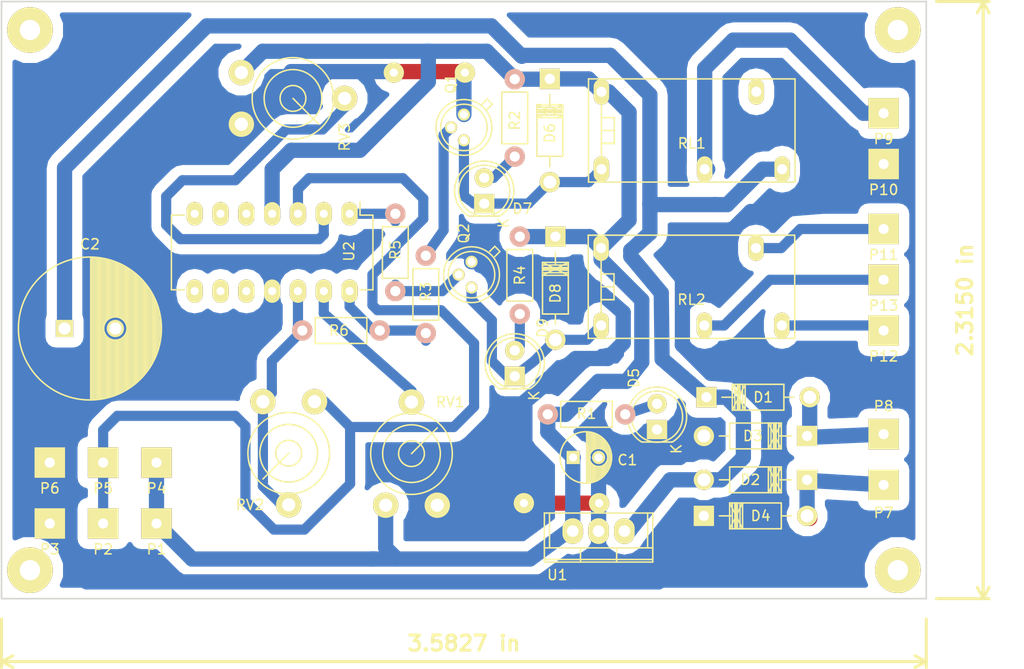
<source format=kicad_pcb>
(kicad_pcb (version 4) (host pcbnew 4.0.2-stable)

  (general
    (links 61)
    (no_connects 0)
    (area 153.175713 80.465 267.6 150.300001)
    (thickness 1.6)
    (drawings 8)
    (tracks 252)
    (zones 0)
    (modules 47)
    (nets 24)
  )

  (page A4)
  (title_block
    (title "Water Level - Mainboard")
    (date 2016-07-10)
    (rev v1.0)
    (company "Chaton Corp.")
  )

  (layers
    (0 F.Cu signal)
    (31 B.Cu signal)
    (37 F.SilkS user)
    (44 Edge.Cuts user)
    (45 Margin user)
  )

  (setup
    (last_trace_width 1)
    (trace_clearance 0.2)
    (zone_clearance 1)
    (zone_45_only no)
    (trace_min 0.2)
    (segment_width 0.2)
    (edge_width 0.15)
    (via_size 0.6)
    (via_drill 0.4)
    (via_min_size 0.4)
    (via_min_drill 0.3)
    (uvia_size 0.3)
    (uvia_drill 0.1)
    (uvias_allowed no)
    (uvia_min_size 0.2)
    (uvia_min_drill 0.1)
    (pcb_text_width 0.3)
    (pcb_text_size 1.5 1.5)
    (mod_edge_width 0.15)
    (mod_text_size 1 1)
    (mod_text_width 0.15)
    (pad_size 1.99898 1.99898)
    (pad_drill 0.8001)
    (pad_to_mask_clearance 0.2)
    (aux_axis_origin 0 0)
    (visible_elements FFFFFF7F)
    (pcbplotparams
      (layerselection 0x00000_80000000)
      (usegerberextensions false)
      (excludeedgelayer false)
      (linewidth 0.100000)
      (plotframeref true)
      (viasonmask false)
      (mode 1)
      (useauxorigin false)
      (hpglpennumber 1)
      (hpglpenspeed 20)
      (hpglpendiameter 15)
      (hpglpenoverlay 2)
      (psnegative false)
      (psa4output false)
      (plotreference true)
      (plotvalue true)
      (plotinvisibletext false)
      (padsonsilk false)
      (subtractmaskfromsilk false)
      (outputformat 4)
      (mirror true)
      (drillshape 1)
      (scaleselection 1)
      (outputdirectory /Users/footy/Desktop/fab/))
  )

  (net 0 "")
  (net 1 +12V)
  (net 2 GNDPWR)
  (net 3 +12VA)
  (net 4 "Net-(D1-Pad2)")
  (net 5 "Net-(D7-Pad2)")
  (net 6 "Net-(D8-Pad2)")
  (net 7 "Net-(D9-Pad2)")
  (net 8 VProbe)
  (net 9 "Net-(R3-Pad1)")
  (net 10 "Net-(R5-Pad1)")
  (net 11 "Net-(RL1-Pad12)")
  (net 12 "Net-(RV1-Pad2)")
  (net 13 "Net-(RV3-Pad2)")
  (net 14 "Net-(Q1-Pad2)")
  (net 15 "Net-(Q2-Pad2)")
  (net 16 "Net-(D5-Pad2)")
  (net 17 "Net-(D6-Pad2)")
  (net 18 "Net-(D2-Pad1)")
  (net 19 "Net-(P9-Pad1)")
  (net 20 "Net-(P11-Pad1)")
  (net 21 "Net-(P12-Pad1)")
  (net 22 "Net-(P13-Pad1)")
  (net 23 "Net-(R6-Pad1)")

  (net_class Default "This is the default net class."
    (clearance 0.2)
    (trace_width 1)
    (via_dia 0.6)
    (via_drill 0.4)
    (uvia_dia 0.3)
    (uvia_drill 0.1)
    (add_net "Net-(D5-Pad2)")
    (add_net "Net-(D6-Pad2)")
    (add_net "Net-(D7-Pad2)")
    (add_net "Net-(D8-Pad2)")
    (add_net "Net-(D9-Pad2)")
    (add_net "Net-(P11-Pad1)")
    (add_net "Net-(P12-Pad1)")
    (add_net "Net-(P13-Pad1)")
    (add_net "Net-(Q1-Pad2)")
    (add_net "Net-(Q2-Pad2)")
    (add_net "Net-(R3-Pad1)")
    (add_net "Net-(R5-Pad1)")
    (add_net "Net-(R6-Pad1)")
    (add_net "Net-(RV1-Pad2)")
    (add_net "Net-(RV3-Pad2)")
    (add_net VProbe)
  )

  (net_class Power ""
    (clearance 0.2)
    (trace_width 1.5)
    (via_dia 0.6)
    (via_drill 0.4)
    (uvia_dia 0.3)
    (uvia_drill 0.1)
    (add_net +12V)
    (add_net +12VA)
    (add_net GNDPWR)
    (add_net "Net-(D1-Pad2)")
    (add_net "Net-(D2-Pad1)")
    (add_net "Net-(P9-Pad1)")
    (add_net "Net-(RL1-Pad12)")
  )

  (module Wire_Pads:SolderWirePad_single_0-8mmDrill (layer F.Cu) (tedit 5799D5C4) (tstamp 57A56F2C)
    (at 221.8 132)
    (fp_text reference REF** (at 0 -2.54) (layer F.SilkS) hide
      (effects (font (size 1 1) (thickness 0.15)))
    )
    (fp_text value SolderWirePad_single_0-8mmDrill (at 0 2.54) (layer F.Fab) hide
      (effects (font (size 1 1) (thickness 0.15)))
    )
    (pad 1 thru_hole circle (at 0 0) (size 1.99898 1.99898) (drill 0.8001) (layers *.Cu *.Mask F.SilkS))
  )

  (module Wire_Pads:SolderWirePad_single_0-8mmDrill (layer F.Cu) (tedit 5799D6D1) (tstamp 57A56F28)
    (at 214.4 132)
    (fp_text reference REF** (at 0 -2.54) (layer F.SilkS) hide
      (effects (font (size 1 1) (thickness 0.15)))
    )
    (fp_text value SolderWirePad_single_0-8mmDrill (at 0 2.54) (layer F.Fab) hide
      (effects (font (size 1 1) (thickness 0.15)))
    )
    (pad 1 thru_hole circle (at 0 0) (size 1.99898 1.99898) (drill 0.8001) (layers *.Cu *.Mask F.SilkS)
      (net 2 GNDPWR))
  )

  (module Wire_Pads:SolderWirePad_single_0-8mmDrill (layer F.Cu) (tedit 5799D5C4) (tstamp 57A56F24)
    (at 208.6 89.6)
    (fp_text reference REF** (at 0 -2.54) (layer F.SilkS) hide
      (effects (font (size 1 1) (thickness 0.15)))
    )
    (fp_text value SolderWirePad_single_0-8mmDrill (at 0 2.54) (layer F.Fab) hide
      (effects (font (size 1 1) (thickness 0.15)))
    )
    (pad 1 thru_hole circle (at 0 0) (size 1.99898 1.99898) (drill 0.8001) (layers *.Cu *.Mask F.SilkS))
  )

  (module Wire_Pads:SolderWirePad_single_2mmDrill (layer F.Cu) (tedit 57952B60) (tstamp 57975404)
    (at 251.2 138.6)
    (fp_text reference REF**15 (at 0 -3.81) (layer F.SilkS) hide
      (effects (font (size 1 1) (thickness 0.15)))
    )
    (fp_text value SolderWirePad_single_2mmDrill (at -0.635 3.81) (layer F.Fab) hide
      (effects (font (size 1 1) (thickness 0.15)))
    )
    (pad 1 thru_hole circle (at 0 0) (size 4.50088 4.50088) (drill 1.99898) (layers *.Cu *.Mask F.SilkS))
  )

  (module Wire_Pads:SolderWirePad_single_2mmDrill (layer F.Cu) (tedit 5795A4C1) (tstamp 579753B8)
    (at 165.8 138.6)
    (fp_text reference REF**21 (at 0 -3.81) (layer F.SilkS) hide
      (effects (font (size 1 1) (thickness 0.15)))
    )
    (fp_text value SolderWirePad_single_2mmDrill (at -0.635 3.81) (layer F.Fab) hide
      (effects (font (size 1 1) (thickness 0.15)))
    )
    (pad 1 thru_hole circle (at 0 0) (size 4.50088 4.50088) (drill 1.99898) (layers *.Cu *.Mask F.SilkS)
      (zone_connect 2))
  )

  (module Wire_Pads:SolderWirePad_single_2mmDrill (layer F.Cu) (tedit 57952B60) (tstamp 5797538A)
    (at 165.8 85.4)
    (fp_text reference REF**11 (at 0 -3.81) (layer F.SilkS) hide
      (effects (font (size 1 1) (thickness 0.15)))
    )
    (fp_text value SolderWirePad_single_2mmDrill (at -0.635 3.81) (layer F.Fab) hide
      (effects (font (size 1 1) (thickness 0.15)))
    )
    (pad 1 thru_hole circle (at 0 0) (size 4.50088 4.50088) (drill 1.99898) (layers *.Cu *.Mask F.SilkS))
  )

  (module Capacitors_ThroughHole:C_Radial_D5_L11_P2.5 (layer F.Cu) (tedit 577265F6) (tstamp 5773B78B)
    (at 219.25 127.5)
    (descr "Radial Electrolytic Capacitor Diameter 5mm x Length 11mm, Pitch 2.5mm")
    (tags "Electrolytic Capacitor")
    (path /57710BE2)
    (fp_text reference C1 (at 5.334 0.254) (layer F.SilkS)
      (effects (font (size 1 1) (thickness 0.15)))
    )
    (fp_text value 10uF (at 5.842 2.286) (layer F.Fab)
      (effects (font (size 1 1) (thickness 0.15)))
    )
    (fp_line (start 1.325 -2.499) (end 1.325 2.499) (layer F.SilkS) (width 0.15))
    (fp_line (start 1.465 -2.491) (end 1.465 2.491) (layer F.SilkS) (width 0.15))
    (fp_line (start 1.605 -2.475) (end 1.605 -0.095) (layer F.SilkS) (width 0.15))
    (fp_line (start 1.605 0.095) (end 1.605 2.475) (layer F.SilkS) (width 0.15))
    (fp_line (start 1.745 -2.451) (end 1.745 -0.49) (layer F.SilkS) (width 0.15))
    (fp_line (start 1.745 0.49) (end 1.745 2.451) (layer F.SilkS) (width 0.15))
    (fp_line (start 1.885 -2.418) (end 1.885 -0.657) (layer F.SilkS) (width 0.15))
    (fp_line (start 1.885 0.657) (end 1.885 2.418) (layer F.SilkS) (width 0.15))
    (fp_line (start 2.025 -2.377) (end 2.025 -0.764) (layer F.SilkS) (width 0.15))
    (fp_line (start 2.025 0.764) (end 2.025 2.377) (layer F.SilkS) (width 0.15))
    (fp_line (start 2.165 -2.327) (end 2.165 -0.835) (layer F.SilkS) (width 0.15))
    (fp_line (start 2.165 0.835) (end 2.165 2.327) (layer F.SilkS) (width 0.15))
    (fp_line (start 2.305 -2.266) (end 2.305 -0.879) (layer F.SilkS) (width 0.15))
    (fp_line (start 2.305 0.879) (end 2.305 2.266) (layer F.SilkS) (width 0.15))
    (fp_line (start 2.445 -2.196) (end 2.445 -0.898) (layer F.SilkS) (width 0.15))
    (fp_line (start 2.445 0.898) (end 2.445 2.196) (layer F.SilkS) (width 0.15))
    (fp_line (start 2.585 -2.114) (end 2.585 -0.896) (layer F.SilkS) (width 0.15))
    (fp_line (start 2.585 0.896) (end 2.585 2.114) (layer F.SilkS) (width 0.15))
    (fp_line (start 2.725 -2.019) (end 2.725 -0.871) (layer F.SilkS) (width 0.15))
    (fp_line (start 2.725 0.871) (end 2.725 2.019) (layer F.SilkS) (width 0.15))
    (fp_line (start 2.865 -1.908) (end 2.865 -0.823) (layer F.SilkS) (width 0.15))
    (fp_line (start 2.865 0.823) (end 2.865 1.908) (layer F.SilkS) (width 0.15))
    (fp_line (start 3.005 -1.78) (end 3.005 -0.745) (layer F.SilkS) (width 0.15))
    (fp_line (start 3.005 0.745) (end 3.005 1.78) (layer F.SilkS) (width 0.15))
    (fp_line (start 3.145 -1.631) (end 3.145 -0.628) (layer F.SilkS) (width 0.15))
    (fp_line (start 3.145 0.628) (end 3.145 1.631) (layer F.SilkS) (width 0.15))
    (fp_line (start 3.285 -1.452) (end 3.285 -0.44) (layer F.SilkS) (width 0.15))
    (fp_line (start 3.285 0.44) (end 3.285 1.452) (layer F.SilkS) (width 0.15))
    (fp_line (start 3.425 -1.233) (end 3.425 1.233) (layer F.SilkS) (width 0.15))
    (fp_line (start 3.565 -0.944) (end 3.565 0.944) (layer F.SilkS) (width 0.15))
    (fp_line (start 3.705 -0.472) (end 3.705 0.472) (layer F.SilkS) (width 0.15))
    (fp_circle (center 2.5 0) (end 2.5 -0.9) (layer F.SilkS) (width 0.15))
    (fp_circle (center 1.25 0) (end 1.25 -2.5375) (layer F.SilkS) (width 0.15))
    (fp_circle (center 1.25 0) (end 1.25 -2.8) (layer F.CrtYd) (width 0.05))
    (pad 1 thru_hole rect (at 0 0) (size 1.3 1.3) (drill 0.8) (layers *.Cu *.Mask F.SilkS)
      (net 1 +12V))
    (pad 2 thru_hole circle (at 2.5 0) (size 1.3 1.3) (drill 0.8) (layers *.Cu *.Mask F.SilkS)
      (net 2 GNDPWR))
    (model Capacitors_ThroughHole.3dshapes/C_Radial_D5_L11_P2.5.wrl
      (at (xyz 0.049213 0 0))
      (scale (xyz 1 1 1))
      (rotate (xyz 0 0 90))
    )
  )

  (module LEDs:LED-5MM (layer F.Cu) (tedit 57826376) (tstamp 5773B7BB)
    (at 210.5 102.5 90)
    (descr "LED 5mm round vertical")
    (tags "LED 5mm round vertical")
    (path /57712699)
    (fp_text reference D7 (at -0.5 3.75 180) (layer F.SilkS)
      (effects (font (size 1 1) (thickness 0.15)))
    )
    (fp_text value PUMP (at -0.5 6.75 180) (layer F.Fab)
      (effects (font (size 1 1) (thickness 0.15)))
    )
    (fp_line (start -1.5 -1.55) (end -1.5 1.55) (layer F.CrtYd) (width 0.05))
    (fp_arc (start 1.3 0) (end -1.5 1.55) (angle -302) (layer F.CrtYd) (width 0.05))
    (fp_arc (start 1.27 0) (end -1.23 -1.5) (angle 297.5) (layer F.SilkS) (width 0.15))
    (fp_line (start -1.23 1.5) (end -1.23 -1.5) (layer F.SilkS) (width 0.15))
    (fp_circle (center 1.27 0) (end 0.97 -2.5) (layer F.SilkS) (width 0.15))
    (fp_text user K (at -1.905 1.905 90) (layer F.SilkS)
      (effects (font (size 1 1) (thickness 0.15)))
    )
    (pad 1 thru_hole rect (at 0 0 180) (size 2 1.9) (drill 1.00076) (layers *.Cu *.Mask F.SilkS)
      (net 17 "Net-(D6-Pad2)"))
    (pad 2 thru_hole circle (at 2.54 0 90) (size 1.9 1.9) (drill 1.00076) (layers *.Cu *.Mask F.SilkS)
      (net 5 "Net-(D7-Pad2)"))
    (model LEDs.3dshapes/LED-5MM.wrl
      (at (xyz 0.05 0 0))
      (scale (xyz 1 1 1))
      (rotate (xyz 0 0 90))
    )
  )

  (module LEDs:LED-5MM (layer F.Cu) (tedit 5782637B) (tstamp 5773B7C7)
    (at 213.5 119.5 90)
    (descr "LED 5mm round vertical")
    (tags "LED 5mm round vertical")
    (path /5771B5D7)
    (fp_text reference D9 (at 4.75 2.75 90) (layer F.SilkS)
      (effects (font (size 1 1) (thickness 0.15)))
    )
    (fp_text value ALRM (at -0.5 6.75 180) (layer F.Fab)
      (effects (font (size 1 1) (thickness 0.15)))
    )
    (fp_line (start -1.5 -1.55) (end -1.5 1.55) (layer F.CrtYd) (width 0.05))
    (fp_arc (start 1.3 0) (end -1.5 1.55) (angle -302) (layer F.CrtYd) (width 0.05))
    (fp_arc (start 1.27 0) (end -1.23 -1.5) (angle 297.5) (layer F.SilkS) (width 0.15))
    (fp_line (start -1.23 1.5) (end -1.23 -1.5) (layer F.SilkS) (width 0.15))
    (fp_circle (center 1.27 0) (end 0.97 -2.5) (layer F.SilkS) (width 0.15))
    (fp_text user K (at -1.905 1.905 90) (layer F.SilkS)
      (effects (font (size 1 1) (thickness 0.15)))
    )
    (pad 1 thru_hole rect (at 0 0 180) (size 2 1.9) (drill 1.00076) (layers *.Cu *.Mask F.SilkS)
      (net 6 "Net-(D8-Pad2)"))
    (pad 2 thru_hole circle (at 2.54 0 90) (size 1.9 1.9) (drill 1.00076) (layers *.Cu *.Mask F.SilkS)
      (net 7 "Net-(D9-Pad2)"))
    (model LEDs.3dshapes/LED-5MM.wrl
      (at (xyz 0.05 0 0))
      (scale (xyz 1 1 1))
      (rotate (xyz 0 0 90))
    )
  )

  (module TO_SOT_Packages_THT:TO-18_3Pin (layer F.Cu) (tedit 57726699) (tstamp 5773B825)
    (at 208.5 95 90)
    (descr "TO-18, 3Pin,")
    (tags "TO-18, 3Pin,")
    (path /57711277)
    (fp_text reference Q1 (at 4.318 -1.27 90) (layer F.SilkS)
      (effects (font (size 1 1) (thickness 0.15)))
    )
    (fp_text value 2N2222 (at 6.35 0.508 90) (layer F.Fab)
      (effects (font (size 1 1) (thickness 0.15)))
    )
    (fp_line (start 2.794 2.286) (end 2.286 1.778) (layer F.SilkS) (width 0.15))
    (fp_line (start 1.778 2.286) (end 2.286 2.794) (layer F.SilkS) (width 0.15))
    (fp_line (start 2.286 2.794) (end 2.794 2.286) (layer F.SilkS) (width 0.15))
    (fp_circle (center 0 0) (end 2.286 0) (layer F.SilkS) (width 0.15))
    (fp_circle (center 0 0) (end 2.75 0) (layer F.SilkS) (width 0.15))
    (pad 1 thru_hole circle (at 1.27 0 90) (size 1.2 1.2) (drill 0.8) (layers *.Cu *.Mask F.SilkS)
      (net 2 GNDPWR))
    (pad 2 thru_hole circle (at 0 -1.27 90) (size 1.2 1.2) (drill 0.8) (layers *.Cu *.Mask F.SilkS)
      (net 14 "Net-(Q1-Pad2)"))
    (pad 3 thru_hole circle (at -1.27 0 90) (size 1.2 1.2) (drill 0.8) (layers *.Cu *.Mask F.SilkS)
      (net 17 "Net-(D6-Pad2)"))
    (model TO_SOT_Packages_THT.3dshapes/TO-18_3Pin.wrl
      (at (xyz 0 0 0))
      (scale (xyz 0.3937 0.3937 0.3937))
      (rotate (xyz 0 0 0))
    )
  )

  (module TO_SOT_Packages_THT:TO-18_3Pin (layer F.Cu) (tedit 57826351) (tstamp 5773B82C)
    (at 209.25 109.5 90)
    (descr "TO-18, 3Pin,")
    (tags "TO-18, 3Pin,")
    (path /5771B261)
    (fp_text reference Q2 (at 4.064 -0.762 90) (layer F.SilkS)
      (effects (font (size 1 1) (thickness 0.15)))
    )
    (fp_text value 2N2222 (at 0 1.75 90) (layer F.Fab)
      (effects (font (size 1 1) (thickness 0.15)))
    )
    (fp_line (start 2.794 2.286) (end 2.286 1.778) (layer F.SilkS) (width 0.15))
    (fp_line (start 1.778 2.286) (end 2.286 2.794) (layer F.SilkS) (width 0.15))
    (fp_line (start 2.286 2.794) (end 2.794 2.286) (layer F.SilkS) (width 0.15))
    (fp_circle (center 0 0) (end 2.286 0) (layer F.SilkS) (width 0.15))
    (fp_circle (center 0 0) (end 2.75 0) (layer F.SilkS) (width 0.15))
    (pad 1 thru_hole circle (at 1.27 0 90) (size 1.2 1.2) (drill 0.8) (layers *.Cu *.Mask F.SilkS)
      (net 2 GNDPWR))
    (pad 2 thru_hole circle (at 0 -1.27 90) (size 1.2 1.2) (drill 0.8) (layers *.Cu *.Mask F.SilkS)
      (net 15 "Net-(Q2-Pad2)"))
    (pad 3 thru_hole circle (at -1.27 0 90) (size 1.2 1.2) (drill 0.8) (layers *.Cu *.Mask F.SilkS)
      (net 6 "Net-(D8-Pad2)"))
    (model TO_SOT_Packages_THT.3dshapes/TO-18_3Pin.wrl
      (at (xyz 0 0 0))
      (scale (xyz 0.3937 0.3937 0.3937))
      (rotate (xyz 0 0 0))
    )
  )

  (module Resistors_ThroughHole:Resistor_Horizontal_RM7mm (layer F.Cu) (tedit 578256C7) (tstamp 5773B832)
    (at 216.75 123.25)
    (descr "Resistor, Axial,  RM 7.62mm, 1/3W,")
    (tags "Resistor Axial RM 7.62mm 1/3W R3")
    (path /57710C8F)
    (fp_text reference R1 (at 3.808 -0.072) (layer F.SilkS)
      (effects (font (size 1 1) (thickness 0.15)))
    )
    (fp_text value 2.2k (at 7.366 -2.286) (layer F.Fab)
      (effects (font (size 1 1) (thickness 0.15)))
    )
    (fp_line (start -1.25 -1.5) (end 8.85 -1.5) (layer F.CrtYd) (width 0.05))
    (fp_line (start -1.25 1.5) (end -1.25 -1.5) (layer F.CrtYd) (width 0.05))
    (fp_line (start 8.85 -1.5) (end 8.85 1.5) (layer F.CrtYd) (width 0.05))
    (fp_line (start -1.25 1.5) (end 8.85 1.5) (layer F.CrtYd) (width 0.05))
    (fp_line (start 1.27 -1.27) (end 6.35 -1.27) (layer F.SilkS) (width 0.15))
    (fp_line (start 6.35 -1.27) (end 6.35 1.27) (layer F.SilkS) (width 0.15))
    (fp_line (start 6.35 1.27) (end 1.27 1.27) (layer F.SilkS) (width 0.15))
    (fp_line (start 1.27 1.27) (end 1.27 -1.27) (layer F.SilkS) (width 0.15))
    (pad 1 thru_hole circle (at 0 0) (size 1.99898 1.99898) (drill 1.00076) (layers *.Cu *.SilkS *.Mask)
      (net 1 +12V))
    (pad 2 thru_hole circle (at 7.62 0) (size 1.99898 1.99898) (drill 1.00076) (layers *.Cu *.SilkS *.Mask)
      (net 16 "Net-(D5-Pad2)"))
  )

  (module Resistors_ThroughHole:Resistor_Horizontal_RM7mm (layer F.Cu) (tedit 577266DC) (tstamp 5773B838)
    (at 213.5 90.25 270)
    (descr "Resistor, Axial,  RM 7.62mm, 1/3W,")
    (tags "Resistor Axial RM 7.62mm 1/3W R3")
    (path /577127EB)
    (fp_text reference R2 (at 4.064 0 270) (layer F.SilkS)
      (effects (font (size 1 1) (thickness 0.15)))
    )
    (fp_text value 2.2k (at 1.27 2.286 270) (layer F.Fab)
      (effects (font (size 1 1) (thickness 0.15)))
    )
    (fp_line (start -1.25 -1.5) (end 8.85 -1.5) (layer F.CrtYd) (width 0.05))
    (fp_line (start -1.25 1.5) (end -1.25 -1.5) (layer F.CrtYd) (width 0.05))
    (fp_line (start 8.85 -1.5) (end 8.85 1.5) (layer F.CrtYd) (width 0.05))
    (fp_line (start -1.25 1.5) (end 8.85 1.5) (layer F.CrtYd) (width 0.05))
    (fp_line (start 1.27 -1.27) (end 6.35 -1.27) (layer F.SilkS) (width 0.15))
    (fp_line (start 6.35 -1.27) (end 6.35 1.27) (layer F.SilkS) (width 0.15))
    (fp_line (start 6.35 1.27) (end 1.27 1.27) (layer F.SilkS) (width 0.15))
    (fp_line (start 1.27 1.27) (end 1.27 -1.27) (layer F.SilkS) (width 0.15))
    (pad 1 thru_hole circle (at 0 0 270) (size 1.99898 1.99898) (drill 1.00076) (layers *.Cu *.SilkS *.Mask)
      (net 1 +12V))
    (pad 2 thru_hole circle (at 7.62 0 270) (size 1.99898 1.99898) (drill 1.00076) (layers *.Cu *.SilkS *.Mask)
      (net 5 "Net-(D7-Pad2)"))
  )

  (module Resistors_ThroughHole:Resistor_Horizontal_RM7mm (layer F.Cu) (tedit 577265D0) (tstamp 5773B83E)
    (at 204.75 115.25 90)
    (descr "Resistor, Axial,  RM 7.62mm, 1/3W,")
    (tags "Resistor Axial RM 7.62mm 1/3W R3")
    (path /57712777)
    (fp_text reference R3 (at 4.064 0 90) (layer F.SilkS)
      (effects (font (size 1 1) (thickness 0.15)))
    )
    (fp_text value 10k (at 0 2.54 90) (layer F.Fab)
      (effects (font (size 1 1) (thickness 0.15)))
    )
    (fp_line (start -1.25 -1.5) (end 8.85 -1.5) (layer F.CrtYd) (width 0.05))
    (fp_line (start -1.25 1.5) (end -1.25 -1.5) (layer F.CrtYd) (width 0.05))
    (fp_line (start 8.85 -1.5) (end 8.85 1.5) (layer F.CrtYd) (width 0.05))
    (fp_line (start -1.25 1.5) (end 8.85 1.5) (layer F.CrtYd) (width 0.05))
    (fp_line (start 1.27 -1.27) (end 6.35 -1.27) (layer F.SilkS) (width 0.15))
    (fp_line (start 6.35 -1.27) (end 6.35 1.27) (layer F.SilkS) (width 0.15))
    (fp_line (start 6.35 1.27) (end 1.27 1.27) (layer F.SilkS) (width 0.15))
    (fp_line (start 1.27 1.27) (end 1.27 -1.27) (layer F.SilkS) (width 0.15))
    (pad 1 thru_hole circle (at 0 0 90) (size 1.99898 1.99898) (drill 1.00076) (layers *.Cu *.SilkS *.Mask)
      (net 9 "Net-(R3-Pad1)"))
    (pad 2 thru_hole circle (at 7.62 0 90) (size 1.99898 1.99898) (drill 1.00076) (layers *.Cu *.SilkS *.Mask)
      (net 14 "Net-(Q1-Pad2)"))
  )

  (module Resistors_ThroughHole:Resistor_Horizontal_RM7mm (layer F.Cu) (tedit 5772663C) (tstamp 5773B844)
    (at 214 105.75 270)
    (descr "Resistor, Axial,  RM 7.62mm, 1/3W,")
    (tags "Resistor Axial RM 7.62mm 1/3W R3")
    (path /5771B416)
    (fp_text reference R4 (at 3.81 0 270) (layer F.SilkS)
      (effects (font (size 1 1) (thickness 0.15)))
    )
    (fp_text value 2.2k (at 9.144 2.032 270) (layer F.Fab)
      (effects (font (size 1 1) (thickness 0.15)))
    )
    (fp_line (start -1.25 -1.5) (end 8.85 -1.5) (layer F.CrtYd) (width 0.05))
    (fp_line (start -1.25 1.5) (end -1.25 -1.5) (layer F.CrtYd) (width 0.05))
    (fp_line (start 8.85 -1.5) (end 8.85 1.5) (layer F.CrtYd) (width 0.05))
    (fp_line (start -1.25 1.5) (end 8.85 1.5) (layer F.CrtYd) (width 0.05))
    (fp_line (start 1.27 -1.27) (end 6.35 -1.27) (layer F.SilkS) (width 0.15))
    (fp_line (start 6.35 -1.27) (end 6.35 1.27) (layer F.SilkS) (width 0.15))
    (fp_line (start 6.35 1.27) (end 1.27 1.27) (layer F.SilkS) (width 0.15))
    (fp_line (start 1.27 1.27) (end 1.27 -1.27) (layer F.SilkS) (width 0.15))
    (pad 1 thru_hole circle (at 0 0 270) (size 1.99898 1.99898) (drill 1.00076) (layers *.Cu *.SilkS *.Mask)
      (net 1 +12V))
    (pad 2 thru_hole circle (at 7.62 0 270) (size 1.99898 1.99898) (drill 1.00076) (layers *.Cu *.SilkS *.Mask)
      (net 7 "Net-(D9-Pad2)"))
  )

  (module Resistors_ThroughHole:Resistor_Horizontal_RM7mm (layer F.Cu) (tedit 577265CB) (tstamp 5773B84A)
    (at 201.75 103.5 270)
    (descr "Resistor, Axial,  RM 7.62mm, 1/3W,")
    (tags "Resistor Axial RM 7.62mm 1/3W R3")
    (path /5771B33B)
    (fp_text reference R5 (at 3.556 0 270) (layer F.SilkS)
      (effects (font (size 1 1) (thickness 0.15)))
    )
    (fp_text value 10k (at 0.762 -2.54 270) (layer F.Fab)
      (effects (font (size 1 1) (thickness 0.15)))
    )
    (fp_line (start -1.25 -1.5) (end 8.85 -1.5) (layer F.CrtYd) (width 0.05))
    (fp_line (start -1.25 1.5) (end -1.25 -1.5) (layer F.CrtYd) (width 0.05))
    (fp_line (start 8.85 -1.5) (end 8.85 1.5) (layer F.CrtYd) (width 0.05))
    (fp_line (start -1.25 1.5) (end 8.85 1.5) (layer F.CrtYd) (width 0.05))
    (fp_line (start 1.27 -1.27) (end 6.35 -1.27) (layer F.SilkS) (width 0.15))
    (fp_line (start 6.35 -1.27) (end 6.35 1.27) (layer F.SilkS) (width 0.15))
    (fp_line (start 6.35 1.27) (end 1.27 1.27) (layer F.SilkS) (width 0.15))
    (fp_line (start 1.27 1.27) (end 1.27 -1.27) (layer F.SilkS) (width 0.15))
    (pad 1 thru_hole circle (at 0 0 270) (size 1.99898 1.99898) (drill 1.00076) (layers *.Cu *.SilkS *.Mask)
      (net 10 "Net-(R5-Pad1)"))
    (pad 2 thru_hole circle (at 7.62 0 270) (size 1.99898 1.99898) (drill 1.00076) (layers *.Cu *.SilkS *.Mask)
      (net 15 "Net-(Q2-Pad2)"))
  )

  (module LEDs:LED-5MM (layer F.Cu) (tedit 577265EF) (tstamp 57725D02)
    (at 227.5 124.75 90)
    (descr "LED 5mm round vertical")
    (tags "LED 5mm round vertical")
    (path /57710CD0)
    (fp_text reference D5 (at 5.08 -2.286 90) (layer F.SilkS)
      (effects (font (size 1 1) (thickness 0.15)))
    )
    (fp_text value PWR (at 5.334 -3.81 90) (layer F.Fab)
      (effects (font (size 1 1) (thickness 0.15)))
    )
    (fp_line (start -1.5 -1.55) (end -1.5 1.55) (layer F.CrtYd) (width 0.05))
    (fp_arc (start 1.3 0) (end -1.5 1.55) (angle -302) (layer F.CrtYd) (width 0.05))
    (fp_arc (start 1.27 0) (end -1.23 -1.5) (angle 297.5) (layer F.SilkS) (width 0.15))
    (fp_line (start -1.23 1.5) (end -1.23 -1.5) (layer F.SilkS) (width 0.15))
    (fp_circle (center 1.27 0) (end 0.97 -2.5) (layer F.SilkS) (width 0.15))
    (fp_text user K (at -1.905 1.905 90) (layer F.SilkS)
      (effects (font (size 1 1) (thickness 0.15)))
    )
    (pad 1 thru_hole rect (at 0 0 180) (size 2 1.9) (drill 1.00076) (layers *.Cu *.Mask F.SilkS)
      (net 2 GNDPWR))
    (pad 2 thru_hole circle (at 2.54 0 90) (size 1.9 1.9) (drill 1.00076) (layers *.Cu *.Mask F.SilkS)
      (net 16 "Net-(D5-Pad2)"))
    (model LEDs.3dshapes/LED-5MM.wrl
      (at (xyz 0.05 0 0))
      (scale (xyz 1 1 1))
      (rotate (xyz 0 0 90))
    )
  )

  (module Power_Integrations:TO-220 (layer F.Cu) (tedit 57726600) (tstamp 57725D19)
    (at 221.75 134.75 180)
    (descr "Non Isolated JEDEC TO-220 Package")
    (tags "Power Integration YN Package")
    (path /5771E8FB)
    (fp_text reference U1 (at 4.064 -4.318 180) (layer F.SilkS)
      (effects (font (size 1 1) (thickness 0.15)))
    )
    (fp_text value LM7812CT (at -0.762 -4.318 180) (layer F.Fab)
      (effects (font (size 1 1) (thickness 0.15)))
    )
    (fp_line (start 4.826 -1.651) (end 4.826 1.778) (layer F.SilkS) (width 0.15))
    (fp_line (start -4.826 -1.651) (end -4.826 1.778) (layer F.SilkS) (width 0.15))
    (fp_line (start 5.334 -2.794) (end -5.334 -2.794) (layer F.SilkS) (width 0.15))
    (fp_line (start 1.778 -1.778) (end 1.778 -3.048) (layer F.SilkS) (width 0.15))
    (fp_line (start -1.778 -1.778) (end -1.778 -3.048) (layer F.SilkS) (width 0.15))
    (fp_line (start -5.334 -1.651) (end 5.334 -1.651) (layer F.SilkS) (width 0.15))
    (fp_line (start 5.334 1.778) (end -5.334 1.778) (layer F.SilkS) (width 0.15))
    (fp_line (start -5.334 -3.048) (end -5.334 1.778) (layer F.SilkS) (width 0.15))
    (fp_line (start 5.334 -3.048) (end 5.334 1.778) (layer F.SilkS) (width 0.15))
    (fp_line (start 5.334 -3.048) (end -5.334 -3.048) (layer F.SilkS) (width 0.15))
    (pad 2 thru_hole oval (at 0 0 180) (size 2.032 2.54) (drill 1.143) (layers *.Cu *.Mask F.SilkS)
      (net 2 GNDPWR))
    (pad 3 thru_hole oval (at 2.54 0 180) (size 2.032 2.54) (drill 1.143) (layers *.Cu *.Mask F.SilkS)
      (net 1 +12V))
    (pad 1 thru_hole oval (at -2.54 0 180) (size 2.032 2.54) (drill 1.143) (layers *.Cu *.Mask F.SilkS)
      (net 3 +12VA))
  )

  (module Housings_DIP:DIP-14_W7.62mm_LongPads (layer F.Cu) (tedit 57952A25) (tstamp 57725D1F)
    (at 197.25 103.5 270)
    (descr "14-lead dip package, row spacing 7.62 mm (300 mils), longer pads")
    (tags "dil dip 2.54 300")
    (path /57711218)
    (fp_text reference U2 (at 3.7 0.05 270) (layer F.SilkS)
      (effects (font (size 1 1) (thickness 0.15)))
    )
    (fp_text value LM324N (at 3.7 -1.55 270) (layer F.Fab)
      (effects (font (size 1 1) (thickness 0.15)))
    )
    (fp_line (start -1.4 -2.45) (end -1.4 17.7) (layer F.CrtYd) (width 0.05))
    (fp_line (start 9 -2.45) (end 9 17.7) (layer F.CrtYd) (width 0.05))
    (fp_line (start -1.4 -2.45) (end 9 -2.45) (layer F.CrtYd) (width 0.05))
    (fp_line (start -1.4 17.7) (end 9 17.7) (layer F.CrtYd) (width 0.05))
    (fp_line (start 0.135 -2.295) (end 0.135 -1.025) (layer F.SilkS) (width 0.15))
    (fp_line (start 7.485 -2.295) (end 7.485 -1.025) (layer F.SilkS) (width 0.15))
    (fp_line (start 7.485 17.535) (end 7.485 16.265) (layer F.SilkS) (width 0.15))
    (fp_line (start 0.135 17.535) (end 0.135 16.265) (layer F.SilkS) (width 0.15))
    (fp_line (start 0.135 -2.295) (end 7.485 -2.295) (layer F.SilkS) (width 0.15))
    (fp_line (start 0.135 17.535) (end 7.485 17.535) (layer F.SilkS) (width 0.15))
    (fp_line (start 0.135 -1.025) (end -1.15 -1.025) (layer F.SilkS) (width 0.15))
    (pad 1 thru_hole oval (at 0 0 270) (size 2.3 1.6) (drill 0.8) (layers *.Cu *.Mask F.SilkS)
      (net 10 "Net-(R5-Pad1)"))
    (pad 2 thru_hole oval (at 0 2.54 270) (size 2.3 1.6) (drill 0.8) (layers *.Cu *.Mask F.SilkS)
      (net 13 "Net-(RV3-Pad2)"))
    (pad 3 thru_hole oval (at 0 5.08 270) (size 2.3 1.6) (drill 0.8) (layers *.Cu *.Mask F.SilkS)
      (net 8 VProbe))
    (pad 4 thru_hole oval (at 0 7.62 270) (size 2.3 1.6) (drill 0.8) (layers *.Cu *.Mask F.SilkS)
      (net 1 +12V))
    (pad 5 thru_hole oval (at 0 10.16 270) (size 2.3 1.6) (drill 0.8) (layers *.Cu *.Mask F.SilkS))
    (pad 6 thru_hole oval (at 0 12.7 270) (size 2.3 1.6) (drill 0.8) (layers *.Cu *.Mask F.SilkS))
    (pad 7 thru_hole oval (at 0 15.24 270) (size 2.3 1.6) (drill 0.8) (layers *.Cu *.Mask F.SilkS))
    (pad 8 thru_hole oval (at 7.62 15.24 270) (size 2.3 1.6) (drill 0.8) (layers *.Cu *.Mask F.SilkS))
    (pad 9 thru_hole oval (at 7.62 12.7 270) (size 2.3 1.6) (drill 0.8) (layers *.Cu *.Mask F.SilkS))
    (pad 10 thru_hole oval (at 7.62 10.16 270) (size 2.3 1.6) (drill 0.8) (layers *.Cu *.Mask F.SilkS))
    (pad 11 thru_hole oval (at 7.62 7.62 270) (size 2.3 1.6) (drill 0.8) (layers *.Cu *.Mask F.SilkS)
      (net 2 GNDPWR))
    (pad 12 thru_hole oval (at 7.62 5.08 270) (size 2.3 1.6) (drill 0.8) (layers *.Cu *.Mask F.SilkS)
      (net 23 "Net-(R6-Pad1)"))
    (pad 13 thru_hole oval (at 7.62 2.54 270) (size 2.3 1.6) (drill 0.8) (layers *.Cu *.Mask F.SilkS)
      (net 12 "Net-(RV1-Pad2)"))
    (pad 14 thru_hole oval (at 7.62 0 270) (size 2.3 1.6) (drill 0.8) (layers *.Cu *.Mask F.SilkS)
      (net 9 "Net-(R3-Pad1)"))
    (model Housings_DIP.3dshapes/DIP-14_W7.62mm_LongPads.wrl
      (at (xyz 0 0 0))
      (scale (xyz 1 1 1))
      (rotate (xyz 0 0 0))
    )
  )

  (module Diodes_ThroughHole:Diode_DO-41_SOD81_Horizontal_RM10 (layer F.Cu) (tedit 577263A0) (tstamp 5772646B)
    (at 232.364 121.568)
    (descr "Diode, DO-41, SOD81, Horizontal, RM 10mm,")
    (tags "Diode, DO-41, SOD81, Horizontal, RM 10mm, 1N4007, SB140,")
    (path /5771B513)
    (fp_text reference D1 (at 5.588 0) (layer F.SilkS)
      (effects (font (size 1 1) (thickness 0.15)))
    )
    (fp_text value 1N4007 (at 5.08 -2.54) (layer F.Fab) hide
      (effects (font (size 1 1) (thickness 0.15)))
    )
    (fp_line (start 7.62 -0.00254) (end 8.636 -0.00254) (layer F.SilkS) (width 0.15))
    (fp_line (start 2.794 -0.00254) (end 1.524 -0.00254) (layer F.SilkS) (width 0.15))
    (fp_line (start 3.048 -1.27254) (end 3.048 1.26746) (layer F.SilkS) (width 0.15))
    (fp_line (start 3.302 -1.27254) (end 3.302 1.26746) (layer F.SilkS) (width 0.15))
    (fp_line (start 3.556 -1.27254) (end 3.556 1.26746) (layer F.SilkS) (width 0.15))
    (fp_line (start 2.794 -1.27254) (end 2.794 1.26746) (layer F.SilkS) (width 0.15))
    (fp_line (start 3.81 -1.27254) (end 2.54 1.26746) (layer F.SilkS) (width 0.15))
    (fp_line (start 2.54 -1.27254) (end 3.81 1.26746) (layer F.SilkS) (width 0.15))
    (fp_line (start 3.81 -1.27254) (end 3.81 1.26746) (layer F.SilkS) (width 0.15))
    (fp_line (start 3.175 -1.27254) (end 3.175 1.26746) (layer F.SilkS) (width 0.15))
    (fp_line (start 2.54 1.26746) (end 2.54 -1.27254) (layer F.SilkS) (width 0.15))
    (fp_line (start 2.54 -1.27254) (end 7.62 -1.27254) (layer F.SilkS) (width 0.15))
    (fp_line (start 7.62 -1.27254) (end 7.62 1.26746) (layer F.SilkS) (width 0.15))
    (fp_line (start 7.62 1.26746) (end 2.54 1.26746) (layer F.SilkS) (width 0.15))
    (pad 2 thru_hole circle (at 10.16 -0.00254 180) (size 1.99898 1.99898) (drill 1.27) (layers *.Cu *.Mask F.SilkS)
      (net 4 "Net-(D1-Pad2)"))
    (pad 1 thru_hole rect (at 0 -0.00254 180) (size 1.99898 1.99898) (drill 1.00076) (layers *.Cu *.Mask F.SilkS)
      (net 3 +12VA))
  )

  (module Diodes_ThroughHole:Diode_DO-41_SOD81_Horizontal_RM10 (layer F.Cu) (tedit 577263AA) (tstamp 57726470)
    (at 242.27 129.696 180)
    (descr "Diode, DO-41, SOD81, Horizontal, RM 10mm,")
    (tags "Diode, DO-41, SOD81, Horizontal, RM 10mm, 1N4007, SB140,")
    (path /5771B6CC)
    (fp_text reference D2 (at 5.588 0 180) (layer F.SilkS)
      (effects (font (size 1 1) (thickness 0.15)))
    )
    (fp_text value 1N4007 (at 5.08 -6.35 180) (layer F.Fab)
      (effects (font (size 1 1) (thickness 0.15)))
    )
    (fp_line (start 7.62 -0.00254) (end 8.636 -0.00254) (layer F.SilkS) (width 0.15))
    (fp_line (start 2.794 -0.00254) (end 1.524 -0.00254) (layer F.SilkS) (width 0.15))
    (fp_line (start 3.048 -1.27254) (end 3.048 1.26746) (layer F.SilkS) (width 0.15))
    (fp_line (start 3.302 -1.27254) (end 3.302 1.26746) (layer F.SilkS) (width 0.15))
    (fp_line (start 3.556 -1.27254) (end 3.556 1.26746) (layer F.SilkS) (width 0.15))
    (fp_line (start 2.794 -1.27254) (end 2.794 1.26746) (layer F.SilkS) (width 0.15))
    (fp_line (start 3.81 -1.27254) (end 2.54 1.26746) (layer F.SilkS) (width 0.15))
    (fp_line (start 2.54 -1.27254) (end 3.81 1.26746) (layer F.SilkS) (width 0.15))
    (fp_line (start 3.81 -1.27254) (end 3.81 1.26746) (layer F.SilkS) (width 0.15))
    (fp_line (start 3.175 -1.27254) (end 3.175 1.26746) (layer F.SilkS) (width 0.15))
    (fp_line (start 2.54 1.26746) (end 2.54 -1.27254) (layer F.SilkS) (width 0.15))
    (fp_line (start 2.54 -1.27254) (end 7.62 -1.27254) (layer F.SilkS) (width 0.15))
    (fp_line (start 7.62 -1.27254) (end 7.62 1.26746) (layer F.SilkS) (width 0.15))
    (fp_line (start 7.62 1.26746) (end 2.54 1.26746) (layer F.SilkS) (width 0.15))
    (pad 2 thru_hole circle (at 10.16 -0.00254) (size 1.99898 1.99898) (drill 1.27) (layers *.Cu *.Mask F.SilkS)
      (net 3 +12VA))
    (pad 1 thru_hole rect (at 0 -0.00254) (size 1.99898 1.99898) (drill 1.00076) (layers *.Cu *.Mask F.SilkS)
      (net 18 "Net-(D2-Pad1)"))
  )

  (module Diodes_ThroughHole:Diode_DO-41_SOD81_Horizontal_RM10 (layer F.Cu) (tedit 577263B1) (tstamp 57726475)
    (at 242.27 125.378 180)
    (descr "Diode, DO-41, SOD81, Horizontal, RM 10mm,")
    (tags "Diode, DO-41, SOD81, Horizontal, RM 10mm, 1N4007, SB140,")
    (path /5771B79D)
    (fp_text reference D3 (at 5.334 0 180) (layer F.SilkS)
      (effects (font (size 1 1) (thickness 0.15)))
    )
    (fp_text value 1N4007 (at -0.762 -2.286 180) (layer F.Fab) hide
      (effects (font (size 1 1) (thickness 0.15)))
    )
    (fp_line (start 7.62 -0.00254) (end 8.636 -0.00254) (layer F.SilkS) (width 0.15))
    (fp_line (start 2.794 -0.00254) (end 1.524 -0.00254) (layer F.SilkS) (width 0.15))
    (fp_line (start 3.048 -1.27254) (end 3.048 1.26746) (layer F.SilkS) (width 0.15))
    (fp_line (start 3.302 -1.27254) (end 3.302 1.26746) (layer F.SilkS) (width 0.15))
    (fp_line (start 3.556 -1.27254) (end 3.556 1.26746) (layer F.SilkS) (width 0.15))
    (fp_line (start 2.794 -1.27254) (end 2.794 1.26746) (layer F.SilkS) (width 0.15))
    (fp_line (start 3.81 -1.27254) (end 2.54 1.26746) (layer F.SilkS) (width 0.15))
    (fp_line (start 2.54 -1.27254) (end 3.81 1.26746) (layer F.SilkS) (width 0.15))
    (fp_line (start 3.81 -1.27254) (end 3.81 1.26746) (layer F.SilkS) (width 0.15))
    (fp_line (start 3.175 -1.27254) (end 3.175 1.26746) (layer F.SilkS) (width 0.15))
    (fp_line (start 2.54 1.26746) (end 2.54 -1.27254) (layer F.SilkS) (width 0.15))
    (fp_line (start 2.54 -1.27254) (end 7.62 -1.27254) (layer F.SilkS) (width 0.15))
    (fp_line (start 7.62 -1.27254) (end 7.62 1.26746) (layer F.SilkS) (width 0.15))
    (fp_line (start 7.62 1.26746) (end 2.54 1.26746) (layer F.SilkS) (width 0.15))
    (pad 2 thru_hole circle (at 10.16 -0.00254) (size 1.99898 1.99898) (drill 1.27) (layers *.Cu *.Mask F.SilkS)
      (net 2 GNDPWR))
    (pad 1 thru_hole rect (at 0 -0.00254) (size 1.99898 1.99898) (drill 1.00076) (layers *.Cu *.Mask F.SilkS)
      (net 4 "Net-(D1-Pad2)"))
  )

  (module Diodes_ThroughHole:Diode_DO-41_SOD81_Horizontal_RM10 (layer F.Cu) (tedit 577263A5) (tstamp 5772647A)
    (at 232.11 133.252)
    (descr "Diode, DO-41, SOD81, Horizontal, RM 10mm,")
    (tags "Diode, DO-41, SOD81, Horizontal, RM 10mm, 1N4007, SB140,")
    (path /5771B879)
    (fp_text reference D4 (at 5.588 0) (layer F.SilkS)
      (effects (font (size 1 1) (thickness 0.15)))
    )
    (fp_text value D (at 9.652 4.826) (layer F.Fab) hide
      (effects (font (size 1 1) (thickness 0.15)))
    )
    (fp_line (start 7.62 -0.00254) (end 8.636 -0.00254) (layer F.SilkS) (width 0.15))
    (fp_line (start 2.794 -0.00254) (end 1.524 -0.00254) (layer F.SilkS) (width 0.15))
    (fp_line (start 3.048 -1.27254) (end 3.048 1.26746) (layer F.SilkS) (width 0.15))
    (fp_line (start 3.302 -1.27254) (end 3.302 1.26746) (layer F.SilkS) (width 0.15))
    (fp_line (start 3.556 -1.27254) (end 3.556 1.26746) (layer F.SilkS) (width 0.15))
    (fp_line (start 2.794 -1.27254) (end 2.794 1.26746) (layer F.SilkS) (width 0.15))
    (fp_line (start 3.81 -1.27254) (end 2.54 1.26746) (layer F.SilkS) (width 0.15))
    (fp_line (start 2.54 -1.27254) (end 3.81 1.26746) (layer F.SilkS) (width 0.15))
    (fp_line (start 3.81 -1.27254) (end 3.81 1.26746) (layer F.SilkS) (width 0.15))
    (fp_line (start 3.175 -1.27254) (end 3.175 1.26746) (layer F.SilkS) (width 0.15))
    (fp_line (start 2.54 1.26746) (end 2.54 -1.27254) (layer F.SilkS) (width 0.15))
    (fp_line (start 2.54 -1.27254) (end 7.62 -1.27254) (layer F.SilkS) (width 0.15))
    (fp_line (start 7.62 -1.27254) (end 7.62 1.26746) (layer F.SilkS) (width 0.15))
    (fp_line (start 7.62 1.26746) (end 2.54 1.26746) (layer F.SilkS) (width 0.15))
    (pad 2 thru_hole circle (at 10.16 -0.00254 180) (size 1.99898 1.99898) (drill 1.27) (layers *.Cu *.Mask F.SilkS)
      (net 18 "Net-(D2-Pad1)"))
    (pad 1 thru_hole rect (at 0 -0.00254 180) (size 1.99898 1.99898) (drill 1.00076) (layers *.Cu *.Mask F.SilkS)
      (net 2 GNDPWR))
  )

  (module Diodes_ThroughHole:Diode_DO-41_SOD81_Horizontal_RM10 (layer F.Cu) (tedit 5772668D) (tstamp 57726F9B)
    (at 216.95 90.22 270)
    (descr "Diode, DO-41, SOD81, Horizontal, RM 10mm,")
    (tags "Diode, DO-41, SOD81, Horizontal, RM 10mm, 1N4007, SB140,")
    (path /577115C9)
    (fp_text reference D6 (at 5.334 0 270) (layer F.SilkS)
      (effects (font (size 1 1) (thickness 0.15)))
    )
    (fp_text value 1N4007 (at 4.37134 -3.55854 270) (layer F.Fab) hide
      (effects (font (size 1 1) (thickness 0.15)))
    )
    (fp_line (start 7.62 -0.00254) (end 8.636 -0.00254) (layer F.SilkS) (width 0.15))
    (fp_line (start 2.794 -0.00254) (end 1.524 -0.00254) (layer F.SilkS) (width 0.15))
    (fp_line (start 3.048 -1.27254) (end 3.048 1.26746) (layer F.SilkS) (width 0.15))
    (fp_line (start 3.302 -1.27254) (end 3.302 1.26746) (layer F.SilkS) (width 0.15))
    (fp_line (start 3.556 -1.27254) (end 3.556 1.26746) (layer F.SilkS) (width 0.15))
    (fp_line (start 2.794 -1.27254) (end 2.794 1.26746) (layer F.SilkS) (width 0.15))
    (fp_line (start 3.81 -1.27254) (end 2.54 1.26746) (layer F.SilkS) (width 0.15))
    (fp_line (start 2.54 -1.27254) (end 3.81 1.26746) (layer F.SilkS) (width 0.15))
    (fp_line (start 3.81 -1.27254) (end 3.81 1.26746) (layer F.SilkS) (width 0.15))
    (fp_line (start 3.175 -1.27254) (end 3.175 1.26746) (layer F.SilkS) (width 0.15))
    (fp_line (start 2.54 1.26746) (end 2.54 -1.27254) (layer F.SilkS) (width 0.15))
    (fp_line (start 2.54 -1.27254) (end 7.62 -1.27254) (layer F.SilkS) (width 0.15))
    (fp_line (start 7.62 -1.27254) (end 7.62 1.26746) (layer F.SilkS) (width 0.15))
    (fp_line (start 7.62 1.26746) (end 2.54 1.26746) (layer F.SilkS) (width 0.15))
    (pad 2 thru_hole circle (at 10.16 -0.00254 90) (size 1.99898 1.99898) (drill 1.27) (layers *.Cu *.Mask F.SilkS)
      (net 17 "Net-(D6-Pad2)"))
    (pad 1 thru_hole rect (at 0 -0.00254 90) (size 1.99898 1.99898) (drill 1.00076) (layers *.Cu *.Mask F.SilkS)
      (net 1 +12V))
  )

  (module Diodes_ThroughHole:Diode_DO-41_SOD81_Horizontal_RM10 (layer F.Cu) (tedit 577266C3) (tstamp 57726FA0)
    (at 217.5 105.75 270)
    (descr "Diode, DO-41, SOD81, Horizontal, RM 10mm,")
    (tags "Diode, DO-41, SOD81, Horizontal, RM 10mm, 1N4007, SB140,")
    (path /5771B4F6)
    (fp_text reference D8 (at 5.588 0 270) (layer F.SilkS)
      (effects (font (size 1 1) (thickness 0.15)))
    )
    (fp_text value 1N4007 (at 4.37134 -3.55854 270) (layer F.Fab) hide
      (effects (font (size 1 1) (thickness 0.15)))
    )
    (fp_line (start 7.62 -0.00254) (end 8.636 -0.00254) (layer F.SilkS) (width 0.15))
    (fp_line (start 2.794 -0.00254) (end 1.524 -0.00254) (layer F.SilkS) (width 0.15))
    (fp_line (start 3.048 -1.27254) (end 3.048 1.26746) (layer F.SilkS) (width 0.15))
    (fp_line (start 3.302 -1.27254) (end 3.302 1.26746) (layer F.SilkS) (width 0.15))
    (fp_line (start 3.556 -1.27254) (end 3.556 1.26746) (layer F.SilkS) (width 0.15))
    (fp_line (start 2.794 -1.27254) (end 2.794 1.26746) (layer F.SilkS) (width 0.15))
    (fp_line (start 3.81 -1.27254) (end 2.54 1.26746) (layer F.SilkS) (width 0.15))
    (fp_line (start 2.54 -1.27254) (end 3.81 1.26746) (layer F.SilkS) (width 0.15))
    (fp_line (start 3.81 -1.27254) (end 3.81 1.26746) (layer F.SilkS) (width 0.15))
    (fp_line (start 3.175 -1.27254) (end 3.175 1.26746) (layer F.SilkS) (width 0.15))
    (fp_line (start 2.54 1.26746) (end 2.54 -1.27254) (layer F.SilkS) (width 0.15))
    (fp_line (start 2.54 -1.27254) (end 7.62 -1.27254) (layer F.SilkS) (width 0.15))
    (fp_line (start 7.62 -1.27254) (end 7.62 1.26746) (layer F.SilkS) (width 0.15))
    (fp_line (start 7.62 1.26746) (end 2.54 1.26746) (layer F.SilkS) (width 0.15))
    (pad 2 thru_hole circle (at 10.16 -0.00254 90) (size 1.99898 1.99898) (drill 1.27) (layers *.Cu *.Mask F.SilkS)
      (net 6 "Net-(D8-Pad2)"))
    (pad 1 thru_hole rect (at 0 -0.00254 90) (size 1.99898 1.99898) (drill 1.00076) (layers *.Cu *.Mask F.SilkS)
      (net 1 +12V))
  )

  (module Wire_Pads:Big_Square_Pad_3mm_1mmDrill (layer F.Cu) (tedit 57825448) (tstamp 5782562E)
    (at 178.25 134)
    (path /578234DC)
    (fp_text reference P1 (at 0 2.54) (layer F.SilkS)
      (effects (font (size 1 1) (thickness 0.15)))
    )
    (fp_text value PR+ (at 0 -2.54) (layer F.Fab)
      (effects (font (size 1 1) (thickness 0.15)))
    )
    (pad 1 thru_hole rect (at 0 0) (size 3 3) (drill 1) (layers *.Cu *.Mask F.SilkS)
      (net 1 +12V))
  )

  (module Wire_Pads:Big_Square_Pad_3mm_1mmDrill (layer F.Cu) (tedit 57825448) (tstamp 57825633)
    (at 173 134)
    (path /578233EB)
    (fp_text reference P2 (at 0 2.54) (layer F.SilkS)
      (effects (font (size 1 1) (thickness 0.15)))
    )
    (fp_text value PRv (at 0 -2.54) (layer F.Fab)
      (effects (font (size 1 1) (thickness 0.15)))
    )
    (pad 1 thru_hole rect (at 0 0) (size 3 3) (drill 1) (layers *.Cu *.Mask F.SilkS)
      (net 8 VProbe))
  )

  (module Wire_Pads:Big_Square_Pad_3mm_1mmDrill (layer F.Cu) (tedit 57825448) (tstamp 57825638)
    (at 167.75 134)
    (path /5782379C)
    (fp_text reference P3 (at 0 2.54) (layer F.SilkS)
      (effects (font (size 1 1) (thickness 0.15)))
    )
    (fp_text value PR- (at 0 -2.54) (layer F.Fab)
      (effects (font (size 1 1) (thickness 0.15)))
    )
    (pad 1 thru_hole rect (at 0 0) (size 3 3) (drill 1) (layers *.Cu *.Mask F.SilkS)
      (net 2 GNDPWR))
  )

  (module Wire_Pads:Big_Square_Pad_3mm_1mmDrill (layer F.Cu) (tedit 57825448) (tstamp 5782563D)
    (at 178.25 128)
    (path /5782397A)
    (fp_text reference P4 (at 0 2.54) (layer F.SilkS)
      (effects (font (size 1 1) (thickness 0.15)))
    )
    (fp_text value DS+ (at 0 -2.54) (layer F.Fab)
      (effects (font (size 1 1) (thickness 0.15)))
    )
    (pad 1 thru_hole rect (at 0 0) (size 3 3) (drill 1) (layers *.Cu *.Mask F.SilkS)
      (net 1 +12V))
  )

  (module Wire_Pads:Big_Square_Pad_3mm_1mmDrill (layer F.Cu) (tedit 57825448) (tstamp 57825642)
    (at 173 128)
    (path /57823A2A)
    (fp_text reference P5 (at 0 2.54) (layer F.SilkS)
      (effects (font (size 1 1) (thickness 0.15)))
    )
    (fp_text value DSv (at 0 -2.54) (layer F.Fab)
      (effects (font (size 1 1) (thickness 0.15)))
    )
    (pad 1 thru_hole rect (at 0 0) (size 3 3) (drill 1) (layers *.Cu *.Mask F.SilkS)
      (net 8 VProbe))
  )

  (module Wire_Pads:Big_Square_Pad_3mm_1mmDrill (layer F.Cu) (tedit 57825448) (tstamp 57825647)
    (at 167.75 128)
    (path /57823ACF)
    (fp_text reference P6 (at 0 2.54) (layer F.SilkS)
      (effects (font (size 1 1) (thickness 0.15)))
    )
    (fp_text value DS- (at 0 -2.54) (layer F.Fab)
      (effects (font (size 1 1) (thickness 0.15)))
    )
    (pad 1 thru_hole rect (at 0 0) (size 3 3) (drill 1) (layers *.Cu *.Mask F.SilkS)
      (net 2 GNDPWR))
  )

  (module Wire_Pads:Big_Square_Pad_3mm_1mmDrill (layer F.Cu) (tedit 57825EDF) (tstamp 5782564C)
    (at 249.8 130.2)
    (path /5782306E)
    (fp_text reference P7 (at 0 2.75) (layer F.SilkS)
      (effects (font (size 1 1) (thickness 0.15)))
    )
    (fp_text value 12Vac (at 4 2.75) (layer F.Fab)
      (effects (font (size 1 1) (thickness 0.15)))
    )
    (pad 1 thru_hole rect (at 0 0) (size 3 3) (drill 1) (layers *.Cu *.Mask F.SilkS)
      (net 18 "Net-(D2-Pad1)"))
  )

  (module Wire_Pads:Big_Square_Pad_3mm_1mmDrill (layer F.Cu) (tedit 57825EDC) (tstamp 57825651)
    (at 249.8 125.2)
    (path /5782311E)
    (fp_text reference P8 (at 0 -2.75) (layer F.SilkS)
      (effects (font (size 1 1) (thickness 0.15)))
    )
    (fp_text value 12Vac (at 3.75 -2.75) (layer F.Fab)
      (effects (font (size 1 1) (thickness 0.15)))
    )
    (pad 1 thru_hole rect (at 0 0) (size 3 3) (drill 1) (layers *.Cu *.Mask F.SilkS)
      (net 4 "Net-(D1-Pad2)"))
  )

  (module Wire_Pads:Big_Square_Pad_3mm_1mmDrill (layer F.Cu) (tedit 57825448) (tstamp 57825656)
    (at 249.8 93.6)
    (path /57823F25)
    (fp_text reference P9 (at 0 2.54) (layer F.SilkS)
      (effects (font (size 1 1) (thickness 0.15)))
    )
    (fp_text value PM+ (at 0 -2.54) (layer F.Fab)
      (effects (font (size 1 1) (thickness 0.15)))
    )
    (pad 1 thru_hole rect (at 0 0) (size 3 3) (drill 1) (layers *.Cu *.Mask F.SilkS)
      (net 19 "Net-(P9-Pad1)"))
  )

  (module Wire_Pads:Big_Square_Pad_3mm_1mmDrill (layer F.Cu) (tedit 57825448) (tstamp 5782565B)
    (at 249.8 98.6)
    (path /57823F91)
    (fp_text reference P10 (at 0 2.54) (layer F.SilkS)
      (effects (font (size 1 1) (thickness 0.15)))
    )
    (fp_text value PM- (at 0 -2.54) (layer F.Fab)
      (effects (font (size 1 1) (thickness 0.15)))
    )
    (pad 1 thru_hole rect (at 0 0) (size 3 3) (drill 1) (layers *.Cu *.Mask F.SilkS)
      (net 2 GNDPWR))
  )

  (module Wire_Pads:Big_Square_Pad_3mm_1mmDrill (layer F.Cu) (tedit 57825448) (tstamp 57825660)
    (at 249.8 105)
    (path /578244F3)
    (fp_text reference P11 (at 0 2.54) (layer F.SilkS)
      (effects (font (size 1 1) (thickness 0.15)))
    )
    (fp_text value ALNC (at 0 -2.54) (layer F.Fab)
      (effects (font (size 1 1) (thickness 0.15)))
    )
    (pad 1 thru_hole rect (at 0 0) (size 3 3) (drill 1) (layers *.Cu *.Mask F.SilkS)
      (net 20 "Net-(P11-Pad1)"))
  )

  (module Wire_Pads:Big_Square_Pad_3mm_1mmDrill (layer F.Cu) (tedit 57825448) (tstamp 57825665)
    (at 249.8 115)
    (path /578243F2)
    (fp_text reference P12 (at 0 2.54) (layer F.SilkS)
      (effects (font (size 1 1) (thickness 0.15)))
    )
    (fp_text value ALNO (at 0 -2.54) (layer F.Fab)
      (effects (font (size 1 1) (thickness 0.15)))
    )
    (pad 1 thru_hole rect (at 0 0) (size 3 3) (drill 1) (layers *.Cu *.Mask F.SilkS)
      (net 21 "Net-(P12-Pad1)"))
  )

  (module Wire_Pads:Big_Square_Pad_3mm_1mmDrill (layer F.Cu) (tedit 57825448) (tstamp 5782566A)
    (at 249.8 110)
    (path /57824304)
    (fp_text reference P13 (at 0 2.54) (layer F.SilkS)
      (effects (font (size 1 1) (thickness 0.15)))
    )
    (fp_text value ALC (at 0 -2.54) (layer F.Fab)
      (effects (font (size 1 1) (thickness 0.15)))
    )
    (pad 1 thru_hole rect (at 0 0) (size 3 3) (drill 1) (layers *.Cu *.Mask F.SilkS)
      (net 22 "Net-(P13-Pad1)"))
  )

  (module Resistors_ThroughHole:Resistor_Horizontal_RM7mm (layer F.Cu) (tedit 57952A18) (tstamp 57924B5E)
    (at 192.6 115)
    (descr "Resistor, Axial,  RM 7.62mm, 1/3W,")
    (tags "Resistor Axial RM 7.62mm 1/3W R3")
    (path /578D43E7)
    (fp_text reference R6 (at 3.6 0) (layer F.SilkS)
      (effects (font (size 1 1) (thickness 0.15)))
    )
    (fp_text value 10k (at 7.6 2.4) (layer F.Fab)
      (effects (font (size 1 1) (thickness 0.15)))
    )
    (fp_line (start -1.25 -1.5) (end 8.85 -1.5) (layer F.CrtYd) (width 0.05))
    (fp_line (start -1.25 1.5) (end -1.25 -1.5) (layer F.CrtYd) (width 0.05))
    (fp_line (start 8.85 -1.5) (end 8.85 1.5) (layer F.CrtYd) (width 0.05))
    (fp_line (start -1.25 1.5) (end 8.85 1.5) (layer F.CrtYd) (width 0.05))
    (fp_line (start 1.27 -1.27) (end 6.35 -1.27) (layer F.SilkS) (width 0.15))
    (fp_line (start 6.35 -1.27) (end 6.35 1.27) (layer F.SilkS) (width 0.15))
    (fp_line (start 6.35 1.27) (end 1.27 1.27) (layer F.SilkS) (width 0.15))
    (fp_line (start 1.27 1.27) (end 1.27 -1.27) (layer F.SilkS) (width 0.15))
    (pad 1 thru_hole circle (at 0 0) (size 1.99898 1.99898) (drill 1.00076) (layers *.Cu *.SilkS *.Mask)
      (net 23 "Net-(R6-Pad1)"))
    (pad 2 thru_hole circle (at 7.62 0) (size 1.99898 1.99898) (drill 1.00076) (layers *.Cu *.SilkS *.Mask)
      (net 9 "Net-(R3-Pad1)"))
  )

  (module Wire_Pads:SolderWirePad_single_2mmDrill (layer F.Cu) (tedit 57952B60) (tstamp 5797536C)
    (at 251.2 85.4)
    (fp_text reference REF** (at 0 -3.81) (layer F.SilkS) hide
      (effects (font (size 1 1) (thickness 0.15)))
    )
    (fp_text value SolderWirePad_single_2mmDrill (at -0.635 3.81) (layer F.Fab) hide
      (effects (font (size 1 1) (thickness 0.15)))
    )
    (pad 1 thru_hole circle (at 0 0) (size 4.50088 4.50088) (drill 1.99898) (layers *.Cu *.Mask F.SilkS))
  )

  (module relays:Relay_1RT_Hongfa_HF33F (layer F.Cu) (tedit 5799C519) (tstamp 5799C2D8)
    (at 222 114.5)
    (path /5771ABED)
    (fp_text reference RL2 (at 8.89 -2.54) (layer F.SilkS)
      (effects (font (size 1 1) (thickness 0.15)))
    )
    (fp_text value 12V/2A (at 8.89 -5.08) (layer F.Fab)
      (effects (font (size 1 1) (thickness 0.15)))
    )
    (fp_line (start 0 -2.54) (end 1.27 -2.54) (layer F.SilkS) (width 0.15))
    (fp_line (start 1.27 -2.54) (end 0 -2.54) (layer F.SilkS) (width 0.15))
    (fp_line (start 0 -2.54) (end 0 -5.08) (layer F.SilkS) (width 0.15))
    (fp_line (start 0 -5.08) (end 1.27 -5.08) (layer F.SilkS) (width 0.15))
    (fp_line (start 1.27 -5.08) (end 1.27 -3.81) (layer F.SilkS) (width 0.15))
    (fp_line (start 1.27 -3.81) (end 0 -3.81) (layer F.SilkS) (width 0.15))
    (fp_line (start 1.27 -3.81) (end 1.27 -2.54) (layer F.SilkS) (width 0.15))
    (fp_line (start 0 -2.54) (end 0 -1.27) (layer F.SilkS) (width 0.15))
    (fp_line (start 0 -5.08) (end 0 -6.35) (layer F.SilkS) (width 0.15))
    (fp_line (start -1.27 -8.89) (end 19.05 -8.89) (layer F.SilkS) (width 0.15))
    (fp_line (start 19.05 -8.89) (end 19.05 1.27) (layer F.SilkS) (width 0.15))
    (fp_line (start 19.05 1.27) (end -1.27 1.27) (layer F.SilkS) (width 0.15))
    (fp_line (start -1.27 1.27) (end -1.27 -8.89) (layer F.SilkS) (width 0.15))
    (pad 14 thru_hole oval (at 17.78 0) (size 1.524 2.54) (drill 1) (layers *.Cu *.Mask F.SilkS)
      (net 21 "Net-(P12-Pad1)"))
    (pad 12 thru_hole oval (at 15.24 -7.62) (size 1.524 2.54) (drill 1) (layers *.Cu *.Mask F.SilkS)
      (net 20 "Net-(P11-Pad1)"))
    (pad 11 thru_hole oval (at 10.16 0) (size 1.524 2.54) (drill 1) (layers *.Cu *.Mask F.SilkS)
      (net 22 "Net-(P13-Pad1)"))
    (pad A1 thru_hole oval (at 0 -7.62) (size 1.524 2.54) (drill 1) (layers *.Cu *.Mask F.SilkS)
      (net 1 +12V))
    (pad A2 thru_hole oval (at 0 0) (size 1.524 2.54) (drill 1) (layers *.Cu *.Mask F.SilkS)
      (net 6 "Net-(D8-Pad2)"))
  )

  (module relays:Relay_1RT_Hongfa_HF33F (layer F.Cu) (tedit 5799C519) (tstamp 5799C2D0)
    (at 222.03 99.11)
    (path /5771137C)
    (fp_text reference RL1 (at 8.89 -2.54) (layer F.SilkS)
      (effects (font (size 1 1) (thickness 0.15)))
    )
    (fp_text value 12V/2A (at 8.89 -5.08) (layer F.Fab)
      (effects (font (size 1 1) (thickness 0.15)))
    )
    (fp_line (start 0 -2.54) (end 1.27 -2.54) (layer F.SilkS) (width 0.15))
    (fp_line (start 1.27 -2.54) (end 0 -2.54) (layer F.SilkS) (width 0.15))
    (fp_line (start 0 -2.54) (end 0 -5.08) (layer F.SilkS) (width 0.15))
    (fp_line (start 0 -5.08) (end 1.27 -5.08) (layer F.SilkS) (width 0.15))
    (fp_line (start 1.27 -5.08) (end 1.27 -3.81) (layer F.SilkS) (width 0.15))
    (fp_line (start 1.27 -3.81) (end 0 -3.81) (layer F.SilkS) (width 0.15))
    (fp_line (start 1.27 -3.81) (end 1.27 -2.54) (layer F.SilkS) (width 0.15))
    (fp_line (start 0 -2.54) (end 0 -1.27) (layer F.SilkS) (width 0.15))
    (fp_line (start 0 -5.08) (end 0 -6.35) (layer F.SilkS) (width 0.15))
    (fp_line (start -1.27 -8.89) (end 19.05 -8.89) (layer F.SilkS) (width 0.15))
    (fp_line (start 19.05 -8.89) (end 19.05 1.27) (layer F.SilkS) (width 0.15))
    (fp_line (start 19.05 1.27) (end -1.27 1.27) (layer F.SilkS) (width 0.15))
    (fp_line (start -1.27 1.27) (end -1.27 -8.89) (layer F.SilkS) (width 0.15))
    (pad 14 thru_hole oval (at 17.78 0) (size 1.524 2.54) (drill 1) (layers *.Cu *.Mask F.SilkS)
      (net 3 +12VA))
    (pad 12 thru_hole oval (at 15.24 -7.62) (size 1.524 2.54) (drill 1) (layers *.Cu *.Mask F.SilkS)
      (net 11 "Net-(RL1-Pad12)"))
    (pad 11 thru_hole oval (at 10.16 0) (size 1.524 2.54) (drill 1) (layers *.Cu *.Mask F.SilkS)
      (net 19 "Net-(P9-Pad1)"))
    (pad A1 thru_hole oval (at 0 -7.62) (size 1.524 2.54) (drill 1) (layers *.Cu *.Mask F.SilkS)
      (net 1 +12V))
    (pad A2 thru_hole oval (at 0 0) (size 1.524 2.54) (drill 1) (layers *.Cu *.Mask F.SilkS)
      (net 17 "Net-(D6-Pad2)"))
  )

  (module Capacitors_ThroughHole:C_Radial_D14_L25_P5 (layer F.Cu) (tedit 0) (tstamp 5799D414)
    (at 169.2 114.8)
    (descr "Radial Electrolytic Capacitor Diameter 14mm x Length 25mm, Pitch 5mm")
    (tags "Electrolytic Capacitor")
    (path /5771183E)
    (fp_text reference C2 (at 2.5 -8.3) (layer F.SilkS)
      (effects (font (size 1 1) (thickness 0.15)))
    )
    (fp_text value 2200uF (at 2.5 8.3) (layer F.Fab)
      (effects (font (size 1 1) (thickness 0.15)))
    )
    (fp_line (start 2.575 -7) (end 2.575 7) (layer F.SilkS) (width 0.15))
    (fp_line (start 2.715 -6.997) (end 2.715 6.997) (layer F.SilkS) (width 0.15))
    (fp_line (start 2.855 -6.991) (end 2.855 6.991) (layer F.SilkS) (width 0.15))
    (fp_line (start 2.995 -6.982) (end 2.995 6.982) (layer F.SilkS) (width 0.15))
    (fp_line (start 3.135 -6.971) (end 3.135 6.971) (layer F.SilkS) (width 0.15))
    (fp_line (start 3.275 -6.957) (end 3.275 6.957) (layer F.SilkS) (width 0.15))
    (fp_line (start 3.415 -6.94) (end 3.415 6.94) (layer F.SilkS) (width 0.15))
    (fp_line (start 3.555 -6.92) (end 3.555 6.92) (layer F.SilkS) (width 0.15))
    (fp_line (start 3.695 -6.897) (end 3.695 6.897) (layer F.SilkS) (width 0.15))
    (fp_line (start 3.835 -6.872) (end 3.835 6.872) (layer F.SilkS) (width 0.15))
    (fp_line (start 3.975 -6.843) (end 3.975 -0.521) (layer F.SilkS) (width 0.15))
    (fp_line (start 3.975 0.521) (end 3.975 6.843) (layer F.SilkS) (width 0.15))
    (fp_line (start 4.115 -6.811) (end 4.115 -0.734) (layer F.SilkS) (width 0.15))
    (fp_line (start 4.115 0.734) (end 4.115 6.811) (layer F.SilkS) (width 0.15))
    (fp_line (start 4.255 -6.776) (end 4.255 -0.876) (layer F.SilkS) (width 0.15))
    (fp_line (start 4.255 0.876) (end 4.255 6.776) (layer F.SilkS) (width 0.15))
    (fp_line (start 4.395 -6.739) (end 4.395 -0.978) (layer F.SilkS) (width 0.15))
    (fp_line (start 4.395 0.978) (end 4.395 6.739) (layer F.SilkS) (width 0.15))
    (fp_line (start 4.535 -6.698) (end 4.535 -1.052) (layer F.SilkS) (width 0.15))
    (fp_line (start 4.535 1.052) (end 4.535 6.698) (layer F.SilkS) (width 0.15))
    (fp_line (start 4.675 -6.654) (end 4.675 -1.103) (layer F.SilkS) (width 0.15))
    (fp_line (start 4.675 1.103) (end 4.675 6.654) (layer F.SilkS) (width 0.15))
    (fp_line (start 4.815 -6.606) (end 4.815 -1.135) (layer F.SilkS) (width 0.15))
    (fp_line (start 4.815 1.135) (end 4.815 6.606) (layer F.SilkS) (width 0.15))
    (fp_line (start 4.955 -6.555) (end 4.955 -1.149) (layer F.SilkS) (width 0.15))
    (fp_line (start 4.955 1.149) (end 4.955 6.555) (layer F.SilkS) (width 0.15))
    (fp_line (start 5.095 -6.501) (end 5.095 -1.146) (layer F.SilkS) (width 0.15))
    (fp_line (start 5.095 1.146) (end 5.095 6.501) (layer F.SilkS) (width 0.15))
    (fp_line (start 5.235 -6.444) (end 5.235 -1.126) (layer F.SilkS) (width 0.15))
    (fp_line (start 5.235 1.126) (end 5.235 6.444) (layer F.SilkS) (width 0.15))
    (fp_line (start 5.375 -6.382) (end 5.375 -1.087) (layer F.SilkS) (width 0.15))
    (fp_line (start 5.375 1.087) (end 5.375 6.382) (layer F.SilkS) (width 0.15))
    (fp_line (start 5.515 -6.317) (end 5.515 -1.028) (layer F.SilkS) (width 0.15))
    (fp_line (start 5.515 1.028) (end 5.515 6.317) (layer F.SilkS) (width 0.15))
    (fp_line (start 5.655 -6.249) (end 5.655 -0.945) (layer F.SilkS) (width 0.15))
    (fp_line (start 5.655 0.945) (end 5.655 6.249) (layer F.SilkS) (width 0.15))
    (fp_line (start 5.795 -6.176) (end 5.795 -0.831) (layer F.SilkS) (width 0.15))
    (fp_line (start 5.795 0.831) (end 5.795 6.176) (layer F.SilkS) (width 0.15))
    (fp_line (start 5.935 -6.099) (end 5.935 -0.67) (layer F.SilkS) (width 0.15))
    (fp_line (start 5.935 0.67) (end 5.935 6.099) (layer F.SilkS) (width 0.15))
    (fp_line (start 6.075 -6.018) (end 6.075 -0.409) (layer F.SilkS) (width 0.15))
    (fp_line (start 6.075 0.409) (end 6.075 6.018) (layer F.SilkS) (width 0.15))
    (fp_line (start 6.215 -5.933) (end 6.215 5.933) (layer F.SilkS) (width 0.15))
    (fp_line (start 6.355 -5.843) (end 6.355 5.843) (layer F.SilkS) (width 0.15))
    (fp_line (start 6.495 -5.748) (end 6.495 5.748) (layer F.SilkS) (width 0.15))
    (fp_line (start 6.635 -5.648) (end 6.635 5.648) (layer F.SilkS) (width 0.15))
    (fp_line (start 6.775 -5.543) (end 6.775 5.543) (layer F.SilkS) (width 0.15))
    (fp_line (start 6.915 -5.432) (end 6.915 5.432) (layer F.SilkS) (width 0.15))
    (fp_line (start 7.055 -5.315) (end 7.055 5.315) (layer F.SilkS) (width 0.15))
    (fp_line (start 7.195 -5.192) (end 7.195 5.192) (layer F.SilkS) (width 0.15))
    (fp_line (start 7.335 -5.062) (end 7.335 5.062) (layer F.SilkS) (width 0.15))
    (fp_line (start 7.475 -4.924) (end 7.475 4.924) (layer F.SilkS) (width 0.15))
    (fp_line (start 7.615 -4.779) (end 7.615 4.779) (layer F.SilkS) (width 0.15))
    (fp_line (start 7.755 -4.624) (end 7.755 4.624) (layer F.SilkS) (width 0.15))
    (fp_line (start 7.895 -4.46) (end 7.895 4.46) (layer F.SilkS) (width 0.15))
    (fp_line (start 8.035 -4.285) (end 8.035 4.285) (layer F.SilkS) (width 0.15))
    (fp_line (start 8.175 -4.098) (end 8.175 4.098) (layer F.SilkS) (width 0.15))
    (fp_line (start 8.315 -3.897) (end 8.315 3.897) (layer F.SilkS) (width 0.15))
    (fp_line (start 8.455 -3.679) (end 8.455 3.679) (layer F.SilkS) (width 0.15))
    (fp_line (start 8.595 -3.443) (end 8.595 3.443) (layer F.SilkS) (width 0.15))
    (fp_line (start 8.735 -3.182) (end 8.735 3.182) (layer F.SilkS) (width 0.15))
    (fp_line (start 8.875 -2.891) (end 8.875 2.891) (layer F.SilkS) (width 0.15))
    (fp_line (start 9.015 -2.56) (end 9.015 2.56) (layer F.SilkS) (width 0.15))
    (fp_line (start 9.155 -2.17) (end 9.155 2.17) (layer F.SilkS) (width 0.15))
    (fp_line (start 9.295 -1.682) (end 9.295 1.682) (layer F.SilkS) (width 0.15))
    (fp_line (start 9.435 -0.952) (end 9.435 0.952) (layer F.SilkS) (width 0.15))
    (fp_circle (center 5 0) (end 5 -1.15) (layer F.SilkS) (width 0.15))
    (fp_circle (center 2.5 0) (end 2.5 -7.0375) (layer F.SilkS) (width 0.15))
    (fp_circle (center 2.5 0) (end 2.5 -7.3) (layer F.CrtYd) (width 0.05))
    (pad 2 thru_hole circle (at 5 0) (size 1.7 1.7) (drill 1.2) (layers *.Cu *.Mask F.SilkS)
      (net 2 GNDPWR))
    (pad 1 thru_hole rect (at 0 0) (size 1.7 1.7) (drill 1.2) (layers *.Cu *.Mask F.SilkS)
      (net 3 +12VA))
    (model Capacitors_ThroughHole.3dshapes/C_Radial_D14_L25_P5.wrl
      (at (xyz 0 0 0))
      (scale (xyz 1 1 1))
      (rotate (xyz 0 0 0))
    )
  )

  (module Potentiometers:Potentiometer_Trimmer-Piher_PT10-V10_horizontal (layer F.Cu) (tedit 5799D315) (tstamp 5799D419)
    (at 200.8 132.2)
    (descr "Potentiometer, Trimmer, Piher, PT15, Type V12.5, horizontal, Rev A, 02 Aug 2010,")
    (tags "Potentiometer, Trimmer, Piher, PT15, Type V12.5, horizontal, Rev A, 02 Aug 2010,")
    (path /57712B16)
    (fp_text reference RV1 (at 6.35 -10.16) (layer F.SilkS)
      (effects (font (size 1 1) (thickness 0.15)))
    )
    (fp_text value LVL2 (at 3.81 2.54) (layer F.Fab)
      (effects (font (size 1 1) (thickness 0.15)))
    )
    (fp_line (start 2.54 -5.08) (end 5.08 -7.62) (layer F.SilkS) (width 0.15))
    (fp_circle (center 2.54 -5.08) (end 6.35 -6.35) (layer F.SilkS) (width 0.15))
    (fp_circle (center 2.54 -5.08) (end 5.08 -6.35) (layer F.SilkS) (width 0.15))
    (fp_circle (center 2.54 -5.08) (end 3.81 -5.08) (layer F.SilkS) (width 0.15))
    (pad 2 thru_hole circle (at 2.54 -10.16) (size 2.49936 2.49936) (drill 1.30048) (layers *.Cu *.Mask F.SilkS)
      (net 12 "Net-(RV1-Pad2)"))
    (pad 3 thru_hole circle (at 5.08 0) (size 2.49936 2.49936) (drill 1.30048) (layers *.Cu *.Mask F.SilkS)
      (net 2 GNDPWR))
    (pad 1 thru_hole circle (at 0 0) (size 2.49936 2.49936) (drill 1.30048) (layers *.Cu *.Mask F.SilkS)
      (net 1 +12V))
  )

  (module Potentiometers:Potentiometer_Trimmer-Piher_PT10-V10_horizontal (layer F.Cu) (tedit 5799D315) (tstamp 5799D423)
    (at 193.8 122 180)
    (descr "Potentiometer, Trimmer, Piher, PT15, Type V12.5, horizontal, Rev A, 02 Aug 2010,")
    (tags "Potentiometer, Trimmer, Piher, PT15, Type V12.5, horizontal, Rev A, 02 Aug 2010,")
    (path /57712C85)
    (fp_text reference RV2 (at 6.35 -10.16 180) (layer F.SilkS)
      (effects (font (size 1 1) (thickness 0.15)))
    )
    (fp_text value LVL1 (at 3.81 2.54 180) (layer F.Fab)
      (effects (font (size 1 1) (thickness 0.15)))
    )
    (fp_line (start 2.54 -5.08) (end 5.08 -7.62) (layer F.SilkS) (width 0.15))
    (fp_circle (center 2.54 -5.08) (end 6.35 -6.35) (layer F.SilkS) (width 0.15))
    (fp_circle (center 2.54 -5.08) (end 5.08 -6.35) (layer F.SilkS) (width 0.15))
    (fp_circle (center 2.54 -5.08) (end 3.81 -5.08) (layer F.SilkS) (width 0.15))
    (pad 2 thru_hole circle (at 2.54 -10.16 180) (size 2.49936 2.49936) (drill 1.30048) (layers *.Cu *.Mask F.SilkS)
      (net 23 "Net-(R6-Pad1)"))
    (pad 3 thru_hole circle (at 5.08 0 180) (size 2.49936 2.49936) (drill 1.30048) (layers *.Cu *.Mask F.SilkS)
      (net 23 "Net-(R6-Pad1)"))
    (pad 1 thru_hole circle (at 0 0 180) (size 2.49936 2.49936) (drill 1.30048) (layers *.Cu *.Mask F.SilkS)
      (net 8 VProbe))
  )

  (module Potentiometers:Potentiometer_Trimmer-Piher_PT10-V10_horizontal (layer F.Cu) (tedit 5799D315) (tstamp 5799D42D)
    (at 186.6 89.6 270)
    (descr "Potentiometer, Trimmer, Piher, PT15, Type V12.5, horizontal, Rev A, 02 Aug 2010,")
    (tags "Potentiometer, Trimmer, Piher, PT15, Type V12.5, horizontal, Rev A, 02 Aug 2010,")
    (path /5771C2F2)
    (fp_text reference RV3 (at 6.35 -10.16 270) (layer F.SilkS)
      (effects (font (size 1 1) (thickness 0.15)))
    )
    (fp_text value ALRM (at 3.81 2.54 270) (layer F.Fab)
      (effects (font (size 1 1) (thickness 0.15)))
    )
    (fp_line (start 2.54 -5.08) (end 5.08 -7.62) (layer F.SilkS) (width 0.15))
    (fp_circle (center 2.54 -5.08) (end 6.35 -6.35) (layer F.SilkS) (width 0.15))
    (fp_circle (center 2.54 -5.08) (end 5.08 -6.35) (layer F.SilkS) (width 0.15))
    (fp_circle (center 2.54 -5.08) (end 3.81 -5.08) (layer F.SilkS) (width 0.15))
    (pad 2 thru_hole circle (at 2.54 -10.16 270) (size 2.49936 2.49936) (drill 1.30048) (layers *.Cu *.Mask F.SilkS)
      (net 13 "Net-(RV3-Pad2)"))
    (pad 3 thru_hole circle (at 5.08 0 270) (size 2.49936 2.49936) (drill 1.30048) (layers *.Cu *.Mask F.SilkS)
      (net 2 GNDPWR))
    (pad 1 thru_hole circle (at 0 0 270) (size 2.49936 2.49936) (drill 1.30048) (layers *.Cu *.Mask F.SilkS)
      (net 1 +12V))
  )

  (module Wire_Pads:SolderWirePad_single_0-8mmDrill (layer F.Cu) (tedit 5799D5C4) (tstamp 5799D5B0)
    (at 201.6 89.6)
    (fp_text reference REF** (at 0 -2.54) (layer F.SilkS) hide
      (effects (font (size 1 1) (thickness 0.15)))
    )
    (fp_text value SolderWirePad_single_0-8mmDrill (at 0 2.54) (layer F.Fab) hide
      (effects (font (size 1 1) (thickness 0.15)))
    )
    (pad 1 thru_hole circle (at 0 0) (size 1.99898 1.99898) (drill 0.8001) (layers *.Cu *.Mask F.SilkS))
  )

  (dimension 91 (width 0.3) (layer F.SilkS)
    (gr_text "91.000 mm" (at 208.5 148.95) (layer F.SilkS)
      (effects (font (size 1.5 1.5) (thickness 0.3)))
    )
    (feature1 (pts (xy 254 143.4) (xy 254 150.3)))
    (feature2 (pts (xy 163 143.4) (xy 163 150.3)))
    (crossbar (pts (xy 163 147.6) (xy 254 147.6)))
    (arrow1a (pts (xy 254 147.6) (xy 252.873496 148.186421)))
    (arrow1b (pts (xy 254 147.6) (xy 252.873496 147.013579)))
    (arrow2a (pts (xy 163 147.6) (xy 164.126504 148.186421)))
    (arrow2b (pts (xy 163 147.6) (xy 164.126504 147.013579)))
  )
  (gr_line (start 250 82.6) (end 254 82.6) (angle 90) (layer Edge.Cuts) (width 0.15))
  (gr_line (start 250 141.4) (end 254 141.4) (angle 90) (layer Edge.Cuts) (width 0.15))
  (dimension 58.8 (width 0.3) (layer F.SilkS)
    (gr_text "58.800 mm" (at 260.95 112 270) (layer F.SilkS)
      (effects (font (size 1.5 1.5) (thickness 0.3)))
    )
    (feature1 (pts (xy 255 141.4) (xy 262.3 141.4)))
    (feature2 (pts (xy 255 82.6) (xy 262.3 82.6)))
    (crossbar (pts (xy 259.6 82.6) (xy 259.6 141.4)))
    (arrow1a (pts (xy 259.6 141.4) (xy 259.013579 140.273496)))
    (arrow1b (pts (xy 259.6 141.4) (xy 260.186421 140.273496)))
    (arrow2a (pts (xy 259.6 82.6) (xy 259.013579 83.726504)))
    (arrow2b (pts (xy 259.6 82.6) (xy 260.186421 83.726504)))
  )
  (gr_line (start 163 141.4) (end 163 82.6) (angle 90) (layer Edge.Cuts) (width 0.15))
  (gr_line (start 250 141.4) (end 163 141.4) (angle 90) (layer Edge.Cuts) (width 0.15))
  (gr_line (start 254 82.6) (end 254 141.4) (angle 90) (layer Edge.Cuts) (width 0.15))
  (gr_line (start 163 82.6) (end 250 82.6) (angle 90) (layer Edge.Cuts) (width 0.15))

  (segment (start 200.8 132.2) (end 200.8 136.4) (width 1.5) (layer B.Cu) (net 1))
  (segment (start 200.8 136.4) (end 201.9 137.5) (width 1.5) (layer B.Cu) (net 1) (tstamp 5799D57D))
  (segment (start 199.4 137.5) (end 201.9 137.5) (width 1.5) (layer B.Cu) (net 1))
  (segment (start 201.9 137.5) (end 215 137.5) (width 1.5) (layer B.Cu) (net 1) (tstamp 5799D580))
  (segment (start 215 137.5) (end 218.75 134.75) (width 1.5) (layer B.Cu) (net 1) (tstamp 578265C9) (status 10))
  (segment (start 205 87.5) (end 188.7 87.5) (width 1.5) (layer B.Cu) (net 1))
  (segment (start 188.7 87.5) (end 186.6 89.6) (width 1.5) (layer B.Cu) (net 1) (tstamp 5799D474))
  (segment (start 222 106.88) (end 222 108) (width 1.5) (layer B.Cu) (net 1))
  (segment (start 222 108) (end 226 112) (width 1.5) (layer B.Cu) (net 1) (tstamp 5799C33B))
  (segment (start 224.5 120) (end 221.75 120) (width 1.5) (layer B.Cu) (net 1) (tstamp 5782B3E3))
  (segment (start 221.75 120) (end 218.5 123.25) (width 1.5) (layer B.Cu) (net 1) (tstamp 5782B3E5))
  (segment (start 218.5 123.25) (end 216.75 123.25) (width 1.5) (layer B.Cu) (net 1) (tstamp 5782B3E8))
  (segment (start 226 118.1) (end 224.5 120) (width 1.5) (layer B.Cu) (net 1) (tstamp 5799C33D))
  (segment (start 226 112) (end 226 118.1) (width 1.5) (layer B.Cu) (net 1) (tstamp 5799C33C))
  (segment (start 216.75 123.25) (end 216.75 125) (width 1.5) (layer B.Cu) (net 1))
  (segment (start 216.75 125) (end 219.25 127.5) (width 1.5) (layer B.Cu) (net 1) (tstamp 5782AF13))
  (segment (start 205 87.5) (end 205 90.5) (width 1.5) (layer B.Cu) (net 1))
  (segment (start 189.63 99.12) (end 189.63 103.5) (width 1.5) (layer B.Cu) (net 1) (tstamp 578290C7) (status 20))
  (segment (start 191.5 97.25) (end 189.63 99.12) (width 1.5) (layer B.Cu) (net 1) (tstamp 578290C5))
  (segment (start 198.25 97.25) (end 191.5 97.25) (width 1.5) (layer B.Cu) (net 1) (tstamp 578290C0))
  (segment (start 205 90.5) (end 198.25 97.25) (width 1.5) (layer B.Cu) (net 1) (tstamp 578290BD))
  (segment (start 205 87.5) (end 210.75 87.5) (width 1.5) (layer B.Cu) (net 1) (tstamp 578290BB))
  (segment (start 210.75 87.5) (end 213.5 90.25) (width 1.5) (layer B.Cu) (net 1) (tstamp 5782902E))
  (segment (start 222.03 91.49) (end 222.74 91.49) (width 1.5) (layer B.Cu) (net 1))
  (segment (start 222.74 91.49) (end 224.75 93.5) (width 1.5) (layer B.Cu) (net 1) (tstamp 57826974))
  (segment (start 224.75 93.5) (end 224.75 104.13) (width 1.5) (layer B.Cu) (net 1) (tstamp 57826975))
  (segment (start 224.75 104.13) (end 222 106.88) (width 1.5) (layer B.Cu) (net 1) (tstamp 57826976))
  (segment (start 217.50254 105.75) (end 220.87 105.75) (width 1.5) (layer B.Cu) (net 1))
  (segment (start 220.87 105.75) (end 222 106.88) (width 1.5) (layer B.Cu) (net 1) (tstamp 57826971))
  (segment (start 214 105.75) (end 217.50254 105.75) (width 1.5) (layer B.Cu) (net 1))
  (segment (start 216.95254 90.22) (end 220.76 90.22) (width 1.5) (layer B.Cu) (net 1))
  (segment (start 220.76 90.22) (end 222.03 91.49) (width 1.5) (layer B.Cu) (net 1) (tstamp 5782696C))
  (segment (start 213.5 90.25) (end 216.92254 90.25) (width 1.5) (layer B.Cu) (net 1))
  (segment (start 216.92254 90.25) (end 216.95254 90.22) (width 1.5) (layer B.Cu) (net 1) (tstamp 57826969))
  (segment (start 219.21 134.75) (end 218.75 134.75) (width 1.5) (layer B.Cu) (net 1) (status 30))
  (segment (start 181.75 137.5) (end 178.25 134) (width 1.5) (layer B.Cu) (net 1) (tstamp 578265CB))
  (segment (start 199.75 137.5) (end 199.4 137.5) (width 1.5) (layer B.Cu) (net 1) (tstamp 578268E9))
  (segment (start 199.4 137.5) (end 181.75 137.5) (width 1.5) (layer B.Cu) (net 1) (tstamp 5799D579))
  (segment (start 178.25 134) (end 178.25 128) (width 1.5) (layer B.Cu) (net 1) (tstamp 578265CC))
  (segment (start 219.21 134.75) (end 219.21 127.54) (width 1.5) (layer B.Cu) (net 1) (status 10))
  (segment (start 219.21 127.54) (end 219.25 127.5) (width 1.5) (layer B.Cu) (net 1) (tstamp 57826520))
  (segment (start 205.88 132.2) (end 214.2 132.2) (width 1.5) (layer B.Cu) (net 2))
  (segment (start 214.2 132.2) (end 214.4 132) (width 1.5) (layer B.Cu) (net 2) (tstamp 5799D6ED))
  (segment (start 191.5 89.5) (end 191.5 89.78) (width 1.5) (layer B.Cu) (net 2))
  (segment (start 201.75 89.5) (end 191.5 89.5) (width 1.5) (layer B.Cu) (net 2) (tstamp 5782A61A) (status 20))
  (segment (start 191.5 89.78) (end 186.6 94.68) (width 1.5) (layer B.Cu) (net 2) (tstamp 5799D61A))
  (segment (start 174.2 114.8) (end 175.4 111.4) (width 1.5) (layer B.Cu) (net 2) (status 10))
  (segment (start 175.4 111.4) (end 177.4 109.4) (width 1.5) (layer B.Cu) (net 2) (tstamp 5799D4C0))
  (segment (start 177.4 115) (end 177.4 109.4) (width 1.5) (layer B.Cu) (net 2))
  (segment (start 177.4 109.4) (end 177.4 106.4) (width 1.5) (layer B.Cu) (net 2) (tstamp 5799D4C4))
  (segment (start 177.4 106.4) (end 177 106) (width 1.5) (layer B.Cu) (net 2) (tstamp 5799D4A4))
  (segment (start 177 106) (end 177 100.8) (width 1.5) (layer B.Cu) (net 2) (tstamp 5799D4A8))
  (segment (start 177 100.8) (end 183.12 94.68) (width 1.5) (layer B.Cu) (net 2) (tstamp 5799D4A9))
  (segment (start 183.12 94.68) (end 186.6 94.68) (width 1.5) (layer B.Cu) (net 2) (tstamp 5799D4AB))
  (segment (start 189.63 111.12) (end 189.63 113.37) (width 1.5) (layer B.Cu) (net 2))
  (segment (start 167.75 124.65) (end 167.75 128) (width 1.5) (layer B.Cu) (net 2) (tstamp 5799D49C))
  (segment (start 177.4 115) (end 167.75 124.65) (width 1.5) (layer B.Cu) (net 2) (tstamp 5799D497))
  (segment (start 188 115) (end 177.4 115) (width 1.5) (layer B.Cu) (net 2) (tstamp 5799D496))
  (segment (start 189.63 113.37) (end 188 115) (width 1.5) (layer B.Cu) (net 2) (tstamp 5799D495))
  (segment (start 237.206647 103.283562) (end 236.716438 103.283562) (width 1.5) (layer B.Cu) (net 2))
  (segment (start 230 110) (end 230 116.427437) (width 1.5) (layer B.Cu) (net 2) (tstamp 5799CA5E))
  (segment (start 236.716438 103.283562) (end 230 110) (width 1.5) (layer B.Cu) (net 2) (tstamp 5799CA5C))
  (segment (start 219.5 117.75) (end 222.65 117.75) (width 1.5) (layer B.Cu) (net 2))
  (segment (start 209.25 108.23) (end 212.48 108.23) (width 1.5) (layer B.Cu) (net 2))
  (segment (start 214.5 131) (end 214.25 132) (width 1.5) (layer B.Cu) (net 2) (tstamp 5782AE86))
  (segment (start 214.5 122) (end 214.5 131) (width 1.5) (layer B.Cu) (net 2) (tstamp 5782AE83))
  (segment (start 219.5 117.75) (end 214.5 122) (width 1.5) (layer B.Cu) (net 2) (tstamp 5782AE80))
  (segment (start 212.48 108.23) (end 215 110.75) (width 1.5) (layer B.Cu) (net 2) (tstamp 5782AE59))
  (segment (start 215 110.75) (end 221.35 110.75) (width 1.5) (layer B.Cu) (net 2))
  (segment (start 224.175595 113.227831) (end 221.35 110.75) (width 1.5) (layer B.Cu) (net 2) (tstamp 5799CA12))
  (segment (start 224.175595 116.227831) (end 224.175595 113.227831) (width 1.5) (layer B.Cu) (net 2) (tstamp 5799CA0C))
  (segment (start 222.65 117.75) (end 224.175595 116.227831) (width 1.5) (layer B.Cu) (net 2) (tstamp 5799CA06))
  (segment (start 245.8 102.6) (end 249.8 98.6) (width 1.5) (layer B.Cu) (net 2) (tstamp 5799C977))
  (segment (start 237 103.3) (end 237.206647 103.283562) (width 1.5) (layer B.Cu) (net 2) (tstamp 5799C99C))
  (segment (start 237.206647 103.283562) (end 245.8 102.6) (width 1.5) (layer B.Cu) (net 2) (tstamp 5799CA5A))
  (segment (start 238.2 122.4) (end 235.2 119.4) (width 1.5) (layer B.Cu) (net 2) (tstamp 5799C7B1))
  (segment (start 238.6 122.4) (end 238.2 122.4) (width 1.5) (layer B.Cu) (net 2))
  (segment (start 235.95054 133.24946) (end 238.6 130.6) (width 1.5) (layer B.Cu) (net 2) (tstamp 57924C5B))
  (segment (start 238.6 130.6) (end 238.6 122.4) (width 1.5) (layer B.Cu) (net 2) (tstamp 57924C5C))
  (segment (start 232.11 133.24946) (end 235.95054 133.24946) (width 1.5) (layer B.Cu) (net 2))
  (segment (start 232.786282 119.213719) (end 230 116.427437) (width 1.5) (layer B.Cu) (net 2) (tstamp 5799C7B7))
  (segment (start 235.2 119.4) (end 232.786282 119.213719) (width 1.5) (layer B.Cu) (net 2) (tstamp 5799C7B3))
  (segment (start 230 116.427437) (end 229.986282 116.413719) (width 1.5) (layer B.Cu) (net 2) (tstamp 5799CA66))
  (segment (start 167.75 134) (end 167.75 134.95) (width 1.5) (layer B.Cu) (net 2))
  (segment (start 167.75 134.95) (end 171.4 138.6) (width 1.5) (layer B.Cu) (net 2) (tstamp 57975471))
  (segment (start 171.4 138.6) (end 171.4 139.75) (width 1.5) (layer B.Cu) (net 2) (tstamp 57975472))
  (segment (start 232.11 133.24946) (end 232.11 135.29) (width 1.5) (layer B.Cu) (net 2))
  (segment (start 227.65 139.75) (end 219 139.75) (width 1.5) (layer B.Cu) (net 2) (tstamp 57975361))
  (segment (start 232.11 135.29) (end 227.65 139.75) (width 1.5) (layer B.Cu) (net 2) (tstamp 57975360))
  (segment (start 221.75 134.75) (end 221.75 137) (width 1.5) (layer B.Cu) (net 2))
  (segment (start 221.75 137) (end 219 139.75) (width 1.5) (layer B.Cu) (net 2) (tstamp 5797535D))
  (segment (start 171.4 139.75) (end 219 139.75) (width 1.5) (layer B.Cu) (net 2) (tstamp 57975475))
  (segment (start 208.5 89.5) (end 208.5 93.73) (width 1.5) (layer B.Cu) (net 2) (tstamp 5782A629))
  (via (at 208.5 89.5) (size 0.6) (drill 0.4) (layers F.Cu B.Cu) (net 2))
  (segment (start 201.75 89.5) (end 208.5 89.5) (width 1.5) (layer F.Cu) (net 2) (tstamp 5782A624) (status 10))
  (via (at 201.75 89.5) (size 0.6) (drill 0.4) (layers F.Cu B.Cu) (net 2) (status 30))
  (via (at 221.75 132) (size 0.6) (drill 0.4) (layers F.Cu B.Cu) (net 2))
  (via (at 214.25 132) (size 0.6) (drill 0.4) (layers F.Cu B.Cu) (net 2))
  (segment (start 214.25 132) (end 221.75 132) (width 1.5) (layer F.Cu) (net 2) (tstamp 5782A5C9))
  (segment (start 167.75 128) (end 167.75 134) (width 1.5) (layer B.Cu) (net 2))
  (segment (start 227.5 127.5) (end 227.5 124.75) (width 1.5) (layer B.Cu) (net 2) (status 20))
  (segment (start 232.11 133.24946) (end 231.50054 133.24946) (width 1.5) (layer B.Cu) (net 2))
  (segment (start 221.75 127.5) (end 227.5 127.5) (width 1.5) (layer B.Cu) (net 2))
  (segment (start 227.5 127.5) (end 229.75 127.5) (width 1.5) (layer B.Cu) (net 2) (tstamp 5782651A))
  (segment (start 229.75 127.5) (end 231.86946 125.38054) (width 1.5) (layer B.Cu) (net 2) (tstamp 57826510))
  (segment (start 231.86946 125.38054) (end 232.11 125.38054) (width 1.5) (layer B.Cu) (net 2) (tstamp 57826511))
  (segment (start 221.75 127.5) (end 221.75 132) (width 1.5) (layer B.Cu) (net 2) (tstamp 578264FF) (status 20))
  (segment (start 221.75 132) (end 221.75 134.75) (width 1.5) (layer B.Cu) (net 2) (tstamp 5782A5C6) (status 20))
  (segment (start 169.2 114.8) (end 169.2 99) (width 1.5) (layer B.Cu) (net 3) (status 10))
  (segment (start 169.2 99) (end 183.2 85) (width 1.5) (layer B.Cu) (net 3) (tstamp 5799D4C6))
  (segment (start 233.2 102.6) (end 234.4 102.6) (width 1.5) (layer B.Cu) (net 3))
  (segment (start 226.8 102.6) (end 233.2 102.6) (width 1.5) (layer B.Cu) (net 3) (tstamp 5799C792))
  (segment (start 237.89 99.11) (end 239.81 99.11) (width 1.5) (layer B.Cu) (net 3) (tstamp 5799C9A9))
  (segment (start 234.4 102.6) (end 237.89 99.11) (width 1.5) (layer B.Cu) (net 3) (tstamp 5799C9A7))
  (segment (start 214.1 87.9) (end 222.9 87.9) (width 1.5) (layer B.Cu) (net 3))
  (segment (start 226.8 102.4) (end 226.8 102.6) (width 1.5) (layer B.Cu) (net 3) (tstamp 5799C5E6))
  (segment (start 226.8 102.6) (end 226.8 105.4) (width 1.5) (layer B.Cu) (net 3) (tstamp 5799C795))
  (segment (start 226.8 105.4) (end 224.918033 107.101639) (width 1.5) (layer B.Cu) (net 3) (tstamp 5799C349))
  (segment (start 224.918033 107.101639) (end 224.918033 107.701639) (width 1.5) (layer B.Cu) (net 3) (tstamp 5799C34A))
  (segment (start 224.918033 107.701639) (end 227.918033 111.301639) (width 1.5) (layer B.Cu) (net 3) (tstamp 5799C34B))
  (segment (start 227.918033 111.301639) (end 228 117.80146) (width 1.5) (layer B.Cu) (net 3) (tstamp 5799C34C))
  (segment (start 228 117.80146) (end 232.364 121.56546) (width 1.5) (layer B.Cu) (net 3) (tstamp 5799C34D))
  (segment (start 226.8 91.8) (end 226.8 102.4) (width 1.5) (layer B.Cu) (net 3) (tstamp 5799C686))
  (segment (start 222.9 87.9) (end 226.8 91.8) (width 1.5) (layer B.Cu) (net 3) (tstamp 5799C669))
  (segment (start 183.2 85) (end 211.2 85) (width 1.5) (layer B.Cu) (net 3) (tstamp 5799D4CA))
  (segment (start 211.2 85) (end 212.2 86) (width 1.5) (layer B.Cu) (net 3) (tstamp 57924C4C))
  (segment (start 212.2 86) (end 214.1 87.9) (width 1.5) (layer B.Cu) (net 3) (tstamp 57924C44))
  (segment (start 214.1 87.9) (end 214.2 88) (width 1.5) (layer B.Cu) (net 3) (tstamp 5799C667))
  (segment (start 232.2 121.40146) (end 232.364 121.56546) (width 1.5) (layer B.Cu) (net 3) (tstamp 57924BEB))
  (segment (start 232.364 121.56546) (end 234.18454 121.56546) (width 1.5) (layer B.Cu) (net 3))
  (segment (start 232.11 129.69854) (end 233.80146 129.69854) (width 1.5) (layer B.Cu) (net 3))
  (segment (start 234.31546 121.56546) (end 232.364 121.56546) (width 1.5) (layer B.Cu) (net 3) (tstamp 57826928))
  (segment (start 236 123.25) (end 234.31546 121.56546) (width 1.5) (layer B.Cu) (net 3) (tstamp 57826927))
  (segment (start 236 127.5) (end 236 123.25) (width 1.5) (layer B.Cu) (net 3) (tstamp 57826926))
  (segment (start 233.80146 129.69854) (end 236 127.5) (width 1.5) (layer B.Cu) (net 3) (tstamp 57826925))
  (segment (start 224.29 134.75) (end 224.75 134.75) (width 1.5) (layer B.Cu) (net 3) (status 30))
  (segment (start 224.75 134.75) (end 228.80146 129.69854) (width 1.5) (layer B.Cu) (net 3) (tstamp 5782691D) (status 10))
  (segment (start 228.80146 129.69854) (end 232.11 129.69854) (width 1.5) (layer B.Cu) (net 3) (tstamp 5782691E))
  (segment (start 242.524 121.56546) (end 242.524 125.12654) (width 1.5) (layer B.Cu) (net 4))
  (segment (start 242.524 125.12654) (end 242.89746 125.5) (width 1.5) (layer B.Cu) (net 4) (tstamp 578264F5))
  (segment (start 242.89746 125.5) (end 249.8 125.2) (width 1.5) (layer B.Cu) (net 4) (tstamp 578264F6) (status 20))
  (segment (start 210.5 99.96) (end 211.41 99.96) (width 1) (layer B.Cu) (net 5) (status 10))
  (segment (start 211.41 99.96) (end 213.5 97.87) (width 1) (layer B.Cu) (net 5) (tstamp 57826A06))
  (segment (start 209.25 110.77) (end 209.25 112) (width 1) (layer B.Cu) (net 6))
  (segment (start 211.25 118) (end 212.75 119.5) (width 1) (layer B.Cu) (net 6) (tstamp 5782B399))
  (segment (start 211.25 114) (end 211.25 118) (width 1) (layer B.Cu) (net 6) (tstamp 5782B398))
  (segment (start 209.25 112) (end 211.25 114) (width 1) (layer B.Cu) (net 6) (tstamp 5782B397))
  (segment (start 212.75 119.5) (end 213.5 119.5) (width 1) (layer B.Cu) (net 6) (tstamp 5782B39A))
  (segment (start 213.5 119.5) (end 215.41254 118) (width 1) (layer B.Cu) (net 6) (status 10))
  (segment (start 215.41254 118) (end 217.50254 115.91) (width 1) (layer B.Cu) (net 6) (tstamp 57826A0C))
  (segment (start 217.50254 115.91) (end 220.59 115.91) (width 1) (layer B.Cu) (net 6))
  (segment (start 220.59 115.91) (end 222 114.5) (width 1) (layer B.Cu) (net 6) (tstamp 57826A01))
  (segment (start 222 114.5) (end 222 114.754) (width 0.5) (layer F.Cu) (net 6) (status 30))
  (segment (start 214 113.37) (end 214 116.46) (width 1) (layer B.Cu) (net 7))
  (segment (start 214 116.46) (end 213.5 116.96) (width 1) (layer B.Cu) (net 7) (tstamp 5782B394))
  (segment (start 173 128) (end 173 124.8) (width 1) (layer B.Cu) (net 8))
  (segment (start 197.3 130.1) (end 197.3 124.5) (width 1) (layer B.Cu) (net 8) (tstamp 5799D55E))
  (segment (start 192.8 134.6) (end 197.3 130.1) (width 1) (layer B.Cu) (net 8) (tstamp 5799D55B))
  (segment (start 189.8 134.6) (end 192.8 134.6) (width 1) (layer B.Cu) (net 8) (tstamp 5799D559))
  (segment (start 187 131.8) (end 189.8 134.6) (width 1) (layer B.Cu) (net 8) (tstamp 5799D557))
  (segment (start 187 124.4) (end 187 131.8) (width 1) (layer B.Cu) (net 8) (tstamp 5799D554))
  (segment (start 186 123.4) (end 187 124.4) (width 1) (layer B.Cu) (net 8) (tstamp 5799D552))
  (segment (start 174.4 123.4) (end 186 123.4) (width 1) (layer B.Cu) (net 8) (tstamp 5799D550))
  (segment (start 173 124.8) (end 174.4 123.4) (width 1) (layer B.Cu) (net 8) (tstamp 5799D54F))
  (segment (start 201 124.5) (end 197.3 124.5) (width 1) (layer B.Cu) (net 8))
  (segment (start 192.17 103.5) (end 192.17 101.08) (width 1) (layer B.Cu) (net 8))
  (segment (start 207.5 124.5) (end 201 124.5) (width 1) (layer B.Cu) (net 8) (tstamp 5782B3CB))
  (segment (start 209.5 122.5) (end 207.5 124.5) (width 1) (layer B.Cu) (net 8) (tstamp 5782B3C9))
  (segment (start 209.5 116.25) (end 209.5 122.5) (width 1) (layer B.Cu) (net 8) (tstamp 5782B3C4))
  (segment (start 206.25 113) (end 209.5 116.25) (width 1) (layer B.Cu) (net 8) (tstamp 5782B3BF))
  (segment (start 200 113) (end 206.25 113) (width 1) (layer B.Cu) (net 8) (tstamp 5782B3BB))
  (segment (start 199.5 112.5) (end 200 113) (width 1) (layer B.Cu) (net 8) (tstamp 5782B3B6))
  (segment (start 199.5 109.5) (end 199.5 112.5) (width 1) (layer B.Cu) (net 8) (tstamp 5782B3B4))
  (segment (start 201.75 107.25) (end 199.5 109.5) (width 1) (layer B.Cu) (net 8) (tstamp 5782B3B1))
  (segment (start 201.75 106.75) (end 201.75 107.25) (width 1) (layer B.Cu) (net 8) (tstamp 5782B3AF))
  (segment (start 204.5 104) (end 201.75 106.75) (width 1) (layer B.Cu) (net 8) (tstamp 5782B3AE))
  (segment (start 204.5 102) (end 204.5 104) (width 1) (layer B.Cu) (net 8) (tstamp 5782B3AC))
  (segment (start 202.5 100) (end 204.5 102) (width 1) (layer B.Cu) (net 8) (tstamp 5782B3A9))
  (segment (start 193.25 100) (end 202.5 100) (width 1) (layer B.Cu) (net 8) (tstamp 5782B3A7))
  (segment (start 192.17 101.08) (end 193.25 100) (width 1) (layer B.Cu) (net 8) (tstamp 5782B3A5))
  (segment (start 197.3 124.5) (end 194.8 122) (width 1) (layer B.Cu) (net 8) (tstamp 5799D51A))
  (segment (start 194.8 122) (end 193.8 122) (width 1) (layer B.Cu) (net 8) (tstamp 5799D51C))
  (segment (start 173 128) (end 173 127.25) (width 1) (layer B.Cu) (net 8))
  (segment (start 173 128) (end 173 126.75) (width 1) (layer B.Cu) (net 8))
  (segment (start 173 134) (end 173 128) (width 1) (layer B.Cu) (net 8))
  (segment (start 200.22 115) (end 204.5 115) (width 1) (layer B.Cu) (net 9))
  (segment (start 204.5 115) (end 204.75 115.25) (width 1) (layer B.Cu) (net 9) (tstamp 579752ED))
  (segment (start 197.25 111.12) (end 197.25 112.65) (width 1) (layer B.Cu) (net 9))
  (segment (start 197.25 112.65) (end 199.6 115) (width 1) (layer B.Cu) (net 9) (tstamp 579752E9))
  (segment (start 199.6 115) (end 200.22 115) (width 1) (layer B.Cu) (net 9) (tstamp 579752EA))
  (segment (start 204.75 116) (end 204.75 115.25) (width 1) (layer B.Cu) (net 9) (tstamp 5782B377))
  (segment (start 197.25 103.5) (end 201.75 103.5) (width 1) (layer B.Cu) (net 10))
  (segment (start 201.75 104.25) (end 201.75 103.5) (width 1) (layer B.Cu) (net 10) (tstamp 57826A3C) (status 30))
  (segment (start 194.71 111.12) (end 194.71 113.31) (width 1) (layer B.Cu) (net 12))
  (segment (start 194.71 113.31) (end 203.34 120.94) (width 1) (layer B.Cu) (net 12) (tstamp 5799D505) (status 20))
  (segment (start 203.34 120.94) (end 203.34 122.04) (width 1) (layer B.Cu) (net 12) (tstamp 5799D506) (status 30))
  (segment (start 196.76 92.14) (end 196.76 93.04) (width 1) (layer B.Cu) (net 13))
  (segment (start 196.76 93.04) (end 194.6 95.2) (width 1) (layer B.Cu) (net 13) (tstamp 5799D469))
  (segment (start 194.6 95.2) (end 191 95.2) (width 1) (layer B.Cu) (net 13) (tstamp 5799D46A))
  (segment (start 191 95.2) (end 186 100.2) (width 1) (layer B.Cu) (net 13) (tstamp 5799D46B))
  (segment (start 186 100.2) (end 180.8 100.2) (width 1) (layer B.Cu) (net 13) (tstamp 5799D46C))
  (segment (start 180.8 100.2) (end 179.2 101.8) (width 1) (layer B.Cu) (net 13) (tstamp 5799D46D))
  (segment (start 179.2 101.8) (end 179.2 104.6) (width 1) (layer B.Cu) (net 13) (tstamp 5799D46E))
  (segment (start 179.2 104.6) (end 180.6 106) (width 1) (layer B.Cu) (net 13) (tstamp 5799D46F))
  (segment (start 180.6 106) (end 194.25 106) (width 1) (layer B.Cu) (net 13) (tstamp 5799D470))
  (segment (start 194.71 105.54) (end 194.71 103.5) (width 1) (layer B.Cu) (net 13) (tstamp 5782B1F0))
  (segment (start 194.25 106) (end 194.71 105.54) (width 1) (layer B.Cu) (net 13) (tstamp 5782B1EE))
  (segment (start 207.23 95) (end 207.23 95.02) (width 1) (layer B.Cu) (net 14))
  (segment (start 207.23 95.02) (end 206.5 95.75) (width 1) (layer B.Cu) (net 14) (tstamp 5782B1FB))
  (segment (start 206.5 105.13) (end 204.75 107.63) (width 1) (layer B.Cu) (net 14) (tstamp 5782B200) (status 20))
  (segment (start 206.5 95.75) (end 206.5 105.13) (width 1) (layer B.Cu) (net 14) (tstamp 5782B1FC))
  (segment (start 207.1 95.13) (end 207.23 95) (width 1) (layer B.Cu) (net 14) (tstamp 57826A42))
  (segment (start 201.75 111.12) (end 206.36 111.12) (width 1) (layer B.Cu) (net 15))
  (segment (start 206.36 111.12) (end 207.98 109.5) (width 1) (layer B.Cu) (net 15) (tstamp 5782B210))
  (segment (start 201.75 111.12) (end 201.75 110.48) (width 1) (layer B.Cu) (net 15) (status 30))
  (segment (start 224.37 123.25) (end 227.5 122.21) (width 1) (layer B.Cu) (net 16) (status 10))
  (segment (start 210.5 102.5) (end 209.5 102.5) (width 1) (layer B.Cu) (net 17) (status 30))
  (segment (start 209.5 102.5) (end 208.5 101.75) (width 1) (layer B.Cu) (net 17) (tstamp 57826A16) (status 10))
  (segment (start 208.5 101.75) (end 208.5 96.27) (width 1) (layer B.Cu) (net 17) (tstamp 57826A17))
  (segment (start 210.5 102.5) (end 214.83254 102.5) (width 1) (layer B.Cu) (net 17) (status 10))
  (segment (start 214.83254 102.5) (end 216.95254 100.38) (width 1) (layer B.Cu) (net 17) (tstamp 57826A0F))
  (segment (start 216.95254 100.38) (end 220.76 100.38) (width 1) (layer B.Cu) (net 17))
  (segment (start 220.76 100.38) (end 222.03 99.11) (width 1) (layer B.Cu) (net 17) (tstamp 57826966))
  (segment (start 242.27 133.24946) (end 242.27 129.69854) (width 1.5) (layer B.Cu) (net 18))
  (segment (start 242.27 129.69854) (end 242.32146 129.75) (width 1.5) (layer B.Cu) (net 18) (tstamp 578264FA))
  (segment (start 242.32146 129.75) (end 249.8 130.2) (width 1.5) (layer B.Cu) (net 18) (tstamp 578264FB) (status 20))
  (segment (start 242.52654 133.506) (end 242.27 133.24946) (width 1.5) (layer F.Cu) (net 18) (tstamp 5772E689))
  (segment (start 249.8 93.6) (end 247.8 93.6) (width 1.5) (layer B.Cu) (net 19))
  (segment (start 232.19 89.21) (end 232.19 99.11) (width 1.5) (layer B.Cu) (net 19) (tstamp 5799C988))
  (segment (start 235 86.4) (end 232.19 89.21) (width 1.5) (layer B.Cu) (net 19) (tstamp 5799C986))
  (segment (start 240.6 86.4) (end 235 86.4) (width 1.5) (layer B.Cu) (net 19) (tstamp 5799C985))
  (segment (start 247.8 93.6) (end 240.6 86.4) (width 1.5) (layer B.Cu) (net 19) (tstamp 5799C97E))
  (segment (start 232.19 99.11) (end 232.49 99.11) (width 1.5) (layer B.Cu) (net 19))
  (segment (start 249.8 93.6) (end 249 93.6) (width 1.5) (layer B.Cu) (net 19) (status 30))
  (segment (start 249.71 93.51) (end 249.8 93.6) (width 1.5) (layer B.Cu) (net 19) (tstamp 57924C03) (status 30))
  (segment (start 237.24 106.88) (end 239.72 106.88) (width 1) (layer B.Cu) (net 20))
  (segment (start 241.6 105) (end 249.8 105) (width 1) (layer B.Cu) (net 20) (tstamp 5799C62B) (status 20))
  (segment (start 239.72 106.88) (end 241.6 105) (width 1) (layer B.Cu) (net 20) (tstamp 5799C62A))
  (segment (start 249.3 104.5) (end 249.8 105) (width 1) (layer B.Cu) (net 20) (tstamp 5799BAD6) (status 30))
  (segment (start 239.78 114.5) (end 249.3 114.5) (width 1) (layer B.Cu) (net 21) (status 20))
  (segment (start 249.3 114.5) (end 249.8 115) (width 1) (layer B.Cu) (net 21) (tstamp 5799C622) (status 30))
  (segment (start 232.16 114.5) (end 234.1 114.5) (width 1) (layer B.Cu) (net 22))
  (segment (start 238.6 110) (end 249.8 110) (width 1) (layer B.Cu) (net 22) (tstamp 5799C626) (status 20))
  (segment (start 234.1 114.5) (end 238.6 110) (width 1) (layer B.Cu) (net 22) (tstamp 5799C625))
  (segment (start 191.26 132.16) (end 190.56 132.16) (width 1) (layer B.Cu) (net 23))
  (segment (start 190.56 132.16) (end 188.72 130.32) (width 1) (layer B.Cu) (net 23) (tstamp 5799D52F))
  (segment (start 188.72 130.32) (end 188.72 122) (width 1) (layer B.Cu) (net 23) (tstamp 5799D531))
  (segment (start 192.6 115) (end 189.6 118) (width 1) (layer B.Cu) (net 23))
  (segment (start 189.6 118) (end 189.6 121.12) (width 1) (layer B.Cu) (net 23) (tstamp 5799D511))
  (segment (start 189.6 121.12) (end 188.72 122) (width 1) (layer B.Cu) (net 23) (tstamp 5799D513))
  (segment (start 192.17 111.12) (end 192.17 114.57) (width 1) (layer B.Cu) (net 23))
  (segment (start 192.17 114.57) (end 192.6 115) (width 1) (layer B.Cu) (net 23) (tstamp 579752F7))

  (zone (net 2) (net_name GNDPWR) (layer B.Cu) (tstamp 57975364) (hatch edge 0.508)
    (connect_pads yes (clearance 1))
    (min_thickness 0.508)
    (fill yes (arc_segments 16) (thermal_gap 0.508) (thermal_bridge_width 1))
    (polygon
      (pts
        (xy 250 141.4) (xy 163 141.4) (xy 163 82.6) (xy 254 82.6) (xy 254 141.4)
      )
    )
    (filled_polygon
      (pts
        (xy 167.782958 97.582958) (xy 167.348545 98.233102) (xy 167.196 99) (xy 167.196 113.417684) (xy 167.172166 113.452566)
        (xy 167.071433 113.95) (xy 167.071433 115.65) (xy 167.158873 116.114705) (xy 167.433513 116.541507) (xy 167.852566 116.827834)
        (xy 168.35 116.928567) (xy 170.05 116.928567) (xy 170.514705 116.841127) (xy 170.941507 116.566487) (xy 171.227834 116.147434)
        (xy 171.328567 115.65) (xy 171.328567 113.95) (xy 171.241127 113.485295) (xy 171.204 113.427598) (xy 171.204 110.722903)
        (xy 179.956 110.722903) (xy 179.956 111.517097) (xy 180.112351 112.303129) (xy 180.557603 112.969494) (xy 181.223968 113.414746)
        (xy 182.01 113.571097) (xy 182.796032 113.414746) (xy 183.28 113.091368) (xy 183.763968 113.414746) (xy 184.55 113.571097)
        (xy 185.336032 113.414746) (xy 185.82 113.091368) (xy 186.303968 113.414746) (xy 187.09 113.571097) (xy 187.876032 113.414746)
        (xy 188.542397 112.969494) (xy 188.987649 112.303129) (xy 189.144 111.517097) (xy 189.144 110.722903) (xy 188.987649 109.936871)
        (xy 188.542397 109.270506) (xy 187.876032 108.825254) (xy 187.09 108.668903) (xy 186.303968 108.825254) (xy 185.82 109.148632)
        (xy 185.336032 108.825254) (xy 184.55 108.668903) (xy 183.763968 108.825254) (xy 183.28 109.148632) (xy 182.796032 108.825254)
        (xy 182.01 108.668903) (xy 181.223968 108.825254) (xy 180.557603 109.270506) (xy 180.112351 109.936871) (xy 179.956 110.722903)
        (xy 171.204 110.722903) (xy 171.204 99.830084) (xy 184.030084 87.004) (xy 186.361916 87.004) (xy 186.269885 87.096031)
        (xy 186.104172 87.095886) (xy 185.183632 87.476246) (xy 184.478721 88.179927) (xy 184.096756 89.099802) (xy 184.095886 90.095828)
        (xy 184.476246 91.016368) (xy 185.179927 91.721279) (xy 186.099802 92.103244) (xy 187.095828 92.104114) (xy 188.016368 91.723754)
        (xy 188.721279 91.020073) (xy 189.103244 90.100198) (xy 189.103392 89.930692) (xy 189.530084 89.504) (xy 199.346593 89.504)
        (xy 199.34612 90.04628) (xy 199.688471 90.874832) (xy 200.321834 91.509301) (xy 200.911686 91.75423) (xy 197.419916 95.246)
        (xy 197.034531 95.246) (xy 197.904403 94.376128) (xy 198.176368 94.263754) (xy 198.881279 93.560073) (xy 199.263244 92.640198)
        (xy 199.264114 91.644172) (xy 198.883754 90.723632) (xy 198.180073 90.018721) (xy 197.260198 89.636756) (xy 196.264172 89.635886)
        (xy 195.343632 90.016246) (xy 194.638721 90.719927) (xy 194.256756 91.639802) (xy 194.255886 92.635828) (xy 194.380954 92.938515)
        (xy 193.87347 93.446) (xy 191 93.446) (xy 190.328773 93.579515) (xy 189.759735 93.959735) (xy 185.27347 98.446)
        (xy 180.8 98.446) (xy 180.128773 98.579515) (xy 179.559735 98.959734) (xy 177.959735 100.559735) (xy 177.579515 101.128773)
        (xy 177.446 101.8) (xy 177.446 104.6) (xy 177.579515 105.271227) (xy 177.959735 105.840265) (xy 179.359735 107.240265)
        (xy 179.928773 107.620485) (xy 180.6 107.754) (xy 194.25 107.754) (xy 194.921227 107.620485) (xy 195.490265 107.240265)
        (xy 195.950265 106.780265) (xy 196.330485 106.211227) (xy 196.333458 106.19628) (xy 196.419269 105.764879) (xy 196.463968 105.794746)
        (xy 197.25 105.951097) (xy 198.036032 105.794746) (xy 198.702397 105.349494) (xy 198.766204 105.254) (xy 200.316804 105.254)
        (xy 200.422847 105.360229) (xy 200.509735 105.490265) (xy 200.521406 105.498064) (xy 200.509735 105.509735) (xy 200.129515 106.078773)
        (xy 200.052248 106.467221) (xy 198.259735 108.259735) (xy 197.899953 108.798186) (xy 197.25 108.668903) (xy 196.463968 108.825254)
        (xy 195.98 109.148632) (xy 195.496032 108.825254) (xy 194.71 108.668903) (xy 193.923968 108.825254) (xy 193.44 109.148632)
        (xy 192.956032 108.825254) (xy 192.17 108.668903) (xy 191.383968 108.825254) (xy 190.717603 109.270506) (xy 190.272351 109.936871)
        (xy 190.116 110.722903) (xy 190.116 111.517097) (xy 190.272351 112.303129) (xy 190.416 112.518114) (xy 190.416 114.383381)
        (xy 190.346902 114.549787) (xy 190.346708 114.772762) (xy 188.359735 116.759735) (xy 187.979515 117.328773) (xy 187.846 118)
        (xy 187.846 119.652144) (xy 187.303632 119.876246) (xy 186.598721 120.579927) (xy 186.216756 121.499802) (xy 186.216591 121.689082)
        (xy 186 121.646) (xy 174.4 121.646) (xy 173.728773 121.779515) (xy 173.159735 122.159735) (xy 171.759735 123.559735)
        (xy 171.379515 124.128773) (xy 171.246 124.8) (xy 171.246 125.269226) (xy 171.035295 125.308873) (xy 170.608493 125.583513)
        (xy 170.322166 126.002566) (xy 170.221433 126.5) (xy 170.221433 129.5) (xy 170.308873 129.964705) (xy 170.583513 130.391507)
        (xy 171.002566 130.677834) (xy 171.246 130.727131) (xy 171.246 131.269226) (xy 171.035295 131.308873) (xy 170.608493 131.583513)
        (xy 170.322166 132.002566) (xy 170.221433 132.5) (xy 170.221433 135.5) (xy 170.308873 135.964705) (xy 170.583513 136.391507)
        (xy 171.002566 136.677834) (xy 171.5 136.778567) (xy 174.5 136.778567) (xy 174.964705 136.691127) (xy 175.391507 136.416487)
        (xy 175.627416 136.071223) (xy 175.833513 136.391507) (xy 176.252566 136.677834) (xy 176.75 136.778567) (xy 178.194483 136.778567)
        (xy 180.332958 138.917042) (xy 180.983102 139.351455) (xy 181.75 139.504) (xy 215 139.504) (xy 215.236028 139.457051)
        (xy 215.476453 139.446538) (xy 215.615942 139.381482) (xy 215.766898 139.351455) (xy 215.966994 139.217755) (xy 216.185093 139.116036)
        (xy 218.753384 137.232622) (xy 219.21 137.323448) (xy 220.078691 137.150655) (xy 220.815132 136.65858) (xy 221.307207 135.922139)
        (xy 221.48 135.053448) (xy 221.48 134.446552) (xy 221.441536 134.253178) (xy 222.058357 134.253716) (xy 222.02 134.446552)
        (xy 222.02 135.053448) (xy 222.192793 135.922139) (xy 222.684868 136.65858) (xy 223.421309 137.150655) (xy 224.29 137.323448)
        (xy 225.158691 137.150655) (xy 225.895132 136.65858) (xy 226.387207 135.922139) (xy 226.389971 135.908242) (xy 229.763102 131.70254)
        (xy 231.059894 131.70254) (xy 231.659787 131.951638) (xy 232.55628 131.95242) (xy 233.161035 131.70254) (xy 233.80146 131.70254)
        (xy 234.568358 131.549995) (xy 235.218502 131.115582) (xy 237.417042 128.917042) (xy 237.851455 128.266898) (xy 238.004 127.5)
        (xy 238.004 124.38105) (xy 239.991943 124.38105) (xy 239.991943 126.38003) (xy 240.079383 126.844735) (xy 240.354023 127.271537)
        (xy 240.751308 127.542991) (xy 240.379003 127.782563) (xy 240.092676 128.201616) (xy 239.991943 128.69905) (xy 239.991943 130.69803)
        (xy 240.079383 131.162735) (xy 240.266 131.452746) (xy 240.266 132.199354) (xy 240.016902 132.799247) (xy 240.01612 133.69574)
        (xy 240.358471 134.524292) (xy 240.991834 135.158761) (xy 241.819787 135.502558) (xy 242.71628 135.50334) (xy 243.544832 135.160989)
        (xy 244.179301 134.527626) (xy 244.523098 133.699673) (xy 244.52388 132.80318) (xy 244.274 132.198425) (xy 244.274 131.875113)
        (xy 247.086223 132.044331) (xy 247.108873 132.164705) (xy 247.383513 132.591507) (xy 247.802566 132.877834) (xy 248.3 132.978567)
        (xy 251.3 132.978567) (xy 251.764705 132.891127) (xy 252.191507 132.616487) (xy 252.477834 132.197434) (xy 252.578567 131.7)
        (xy 252.578567 128.7) (xy 252.491127 128.235295) (xy 252.216487 127.808493) (xy 252.059653 127.701333) (xy 252.191507 127.616487)
        (xy 252.477834 127.197434) (xy 252.578567 126.7) (xy 252.578567 123.7) (xy 252.491127 123.235295) (xy 252.216487 122.808493)
        (xy 251.797434 122.522166) (xy 251.3 122.421433) (xy 248.3 122.421433) (xy 247.835295 122.508873) (xy 247.408493 122.783513)
        (xy 247.122166 123.202566) (xy 247.100116 123.311451) (xy 244.528 123.423241) (xy 244.528 122.615566) (xy 244.777098 122.015673)
        (xy 244.77788 121.11918) (xy 244.435529 120.290628) (xy 243.802166 119.656159) (xy 242.974213 119.312362) (xy 242.07772 119.31158)
        (xy 241.249168 119.653931) (xy 240.614699 120.287294) (xy 240.270902 121.115247) (xy 240.27012 122.01174) (xy 240.52 122.616495)
        (xy 240.52 123.373834) (xy 240.379003 123.464563) (xy 240.092676 123.883616) (xy 239.991943 124.38105) (xy 238.004 124.38105)
        (xy 238.004 123.25) (xy 237.851455 122.483102) (xy 237.417042 121.832958) (xy 235.732502 120.148418) (xy 235.082358 119.714005)
        (xy 234.31546 119.56146) (xy 234.114592 119.56146) (xy 233.860924 119.388136) (xy 233.36349 119.287403) (xy 232.791102 119.287403)
        (xy 229.992458 116.87354) (xy 229.955497 113.942552) (xy 230.144 113.942552) (xy 230.144 115.057448) (xy 230.297459 115.828938)
        (xy 230.734473 116.482975) (xy 231.38851 116.919989) (xy 232.16 117.073448) (xy 232.93149 116.919989) (xy 233.585527 116.482975)
        (xy 233.738523 116.254) (xy 234.1 116.254) (xy 234.771227 116.120485) (xy 235.340265 115.740265) (xy 237.93355 113.14698)
        (xy 237.917459 113.171062) (xy 237.764 113.942552) (xy 237.764 115.057448) (xy 237.917459 115.828938) (xy 238.354473 116.482975)
        (xy 239.00851 116.919989) (xy 239.78 117.073448) (xy 240.55149 116.919989) (xy 241.205527 116.482975) (xy 241.358523 116.254)
        (xy 247.021433 116.254) (xy 247.021433 116.5) (xy 247.108873 116.964705) (xy 247.383513 117.391507) (xy 247.802566 117.677834)
        (xy 248.3 117.778567) (xy 251.3 117.778567) (xy 251.764705 117.691127) (xy 252.191507 117.416487) (xy 252.477834 116.997434)
        (xy 252.578567 116.5) (xy 252.578567 113.5) (xy 252.491127 113.035295) (xy 252.216487 112.608493) (xy 252.059653 112.501333)
        (xy 252.191507 112.416487) (xy 252.477834 111.997434) (xy 252.578567 111.5) (xy 252.578567 108.5) (xy 252.491127 108.035295)
        (xy 252.216487 107.608493) (xy 252.059653 107.501333) (xy 252.191507 107.416487) (xy 252.477834 106.997434) (xy 252.578567 106.5)
        (xy 252.578567 103.5) (xy 252.491127 103.035295) (xy 252.216487 102.608493) (xy 251.797434 102.322166) (xy 251.3 102.221433)
        (xy 248.3 102.221433) (xy 247.835295 102.308873) (xy 247.408493 102.583513) (xy 247.122166 103.002566) (xy 247.072869 103.246)
        (xy 241.6 103.246) (xy 240.97417 103.370485) (xy 240.928773 103.379515) (xy 240.359734 103.759735) (xy 238.99347 105.126)
        (xy 238.818523 105.126) (xy 238.665527 104.897025) (xy 238.01149 104.460011) (xy 237.24 104.306552) (xy 236.46851 104.460011)
        (xy 235.814473 104.897025) (xy 235.377459 105.551062) (xy 235.224 106.322552) (xy 235.224 107.437448) (xy 235.377459 108.208938)
        (xy 235.814473 108.862975) (xy 236.46851 109.299989) (xy 236.761251 109.358219) (xy 233.592303 112.527167) (xy 233.585527 112.517025)
        (xy 232.93149 112.080011) (xy 232.16 111.926552) (xy 231.38851 112.080011) (xy 230.734473 112.517025) (xy 230.297459 113.171062)
        (xy 230.144 113.942552) (xy 229.955497 113.942552) (xy 229.921874 111.276369) (xy 229.861844 110.993281) (xy 229.831316 110.705514)
        (xy 229.781352 110.613705) (xy 229.75967 110.511456) (xy 229.595877 110.27289) (xy 229.457549 110.01871) (xy 227.404543 107.555102)
        (xy 228.144035 106.886467) (xy 228.174536 106.845444) (xy 228.217042 106.817042) (xy 228.406791 106.533063) (xy 228.610574 106.258977)
        (xy 228.623054 106.209402) (xy 228.651455 106.166898) (xy 228.718087 105.831917) (xy 228.801467 105.500715) (xy 228.794027 105.45014)
        (xy 228.804 105.4) (xy 228.804 104.604) (xy 234.4 104.604) (xy 235.166898 104.451455) (xy 235.817042 104.017042)
        (xy 238.598261 101.235823) (xy 239.03851 101.529989) (xy 239.81 101.683448) (xy 240.58149 101.529989) (xy 241.235527 101.092975)
        (xy 241.672541 100.438938) (xy 241.826 99.667448) (xy 241.826 98.552552) (xy 241.672541 97.781062) (xy 241.235527 97.127025)
        (xy 240.58149 96.690011) (xy 239.81 96.536552) (xy 239.03851 96.690011) (xy 238.415939 97.106) (xy 237.89 97.106)
        (xy 237.123102 97.258545) (xy 236.472958 97.692958) (xy 234.354475 99.811441) (xy 234.494 99.11) (xy 234.341455 98.343102)
        (xy 234.194 98.12242) (xy 234.194 90.932552) (xy 235.254 90.932552) (xy 235.254 92.047448) (xy 235.407459 92.818938)
        (xy 235.844473 93.472975) (xy 236.49851 93.909989) (xy 237.27 94.063448) (xy 238.04149 93.909989) (xy 238.695527 93.472975)
        (xy 239.132541 92.818938) (xy 239.286 92.047448) (xy 239.286 90.932552) (xy 239.132541 90.161062) (xy 238.695527 89.507025)
        (xy 238.04149 89.070011) (xy 237.27 88.916552) (xy 236.49851 89.070011) (xy 235.844473 89.507025) (xy 235.407459 90.161062)
        (xy 235.254 90.932552) (xy 234.194 90.932552) (xy 234.194 90.040084) (xy 235.830084 88.404) (xy 239.769916 88.404)
        (xy 246.382958 95.017042) (xy 247.033102 95.451455) (xy 247.089681 95.462709) (xy 247.108873 95.564705) (xy 247.383513 95.991507)
        (xy 247.802566 96.277834) (xy 248.3 96.378567) (xy 251.3 96.378567) (xy 251.764705 96.291127) (xy 252.191507 96.016487)
        (xy 252.477834 95.597434) (xy 252.578567 95.1) (xy 252.578567 92.1) (xy 252.491127 91.635295) (xy 252.216487 91.208493)
        (xy 251.797434 90.922166) (xy 251.3 90.821433) (xy 248.3 90.821433) (xy 247.925907 90.891823) (xy 242.017042 84.982958)
        (xy 241.366898 84.548545) (xy 240.6 84.396) (xy 235 84.396) (xy 234.233102 84.548545) (xy 233.582958 84.982958)
        (xy 230.772958 87.792958) (xy 230.338545 88.443102) (xy 230.186 89.21) (xy 230.186 98.492224) (xy 230.174 98.552552)
        (xy 230.174 99.667448) (xy 230.327459 100.438938) (xy 230.432405 100.596) (xy 228.804 100.596) (xy 228.804 91.8)
        (xy 228.651455 91.033102) (xy 228.217042 90.382958) (xy 224.317042 86.482958) (xy 223.666898 86.048545) (xy 222.9 85.896)
        (xy 214.930084 85.896) (xy 212.963084 83.929) (xy 248.016261 83.929) (xy 247.69617 84.699866) (xy 247.694953 86.094018)
        (xy 248.227348 87.382512) (xy 249.212302 88.369187) (xy 250.499866 88.90383) (xy 251.894018 88.905047) (xy 252.671 88.584005)
        (xy 252.671 135.416261) (xy 251.900134 135.09617) (xy 250.505982 135.094953) (xy 249.217488 135.627348) (xy 248.230813 136.612302)
        (xy 247.69617 137.899866) (xy 247.694953 139.294018) (xy 248.015995 140.071) (xy 168.983739 140.071) (xy 169.30383 139.300134)
        (xy 169.305047 137.905982) (xy 168.772652 136.617488) (xy 167.787698 135.630813) (xy 166.500134 135.09617) (xy 165.105982 135.094953)
        (xy 164.329 135.415995) (xy 164.329 88.583739) (xy 165.099866 88.90383) (xy 166.494018 88.905047) (xy 167.782512 88.372652)
        (xy 168.769187 87.387698) (xy 169.30383 86.100134) (xy 169.305047 84.705982) (xy 168.984005 83.929) (xy 181.436916 83.929)
      )
    )
    (filled_polygon
      (pts
        (xy 223.996 117.404287) (xy 223.528858 117.996) (xy 221.75 117.996) (xy 220.983102 118.148545) (xy 220.332958 118.582958)
        (xy 217.708114 121.207802) (xy 217.200213 120.996902) (xy 216.30372 120.99612) (xy 215.475168 121.338471) (xy 214.840699 121.971834)
        (xy 214.496902 122.799787) (xy 214.49612 123.69628) (xy 214.746 124.301035) (xy 214.746 125) (xy 214.898545 125.766898)
        (xy 215.332958 126.417042) (xy 217.206 128.290084) (xy 217.206 133.397162) (xy 214.343949 135.496) (xy 202.804 135.496)
        (xy 202.804 133.737147) (xy 202.921279 133.620073) (xy 203.303244 132.700198) (xy 203.304114 131.704172) (xy 202.923754 130.783632)
        (xy 202.220073 130.078721) (xy 201.300198 129.696756) (xy 200.304172 129.695886) (xy 199.383632 130.076246) (xy 198.978226 130.480945)
        (xy 199.054 130.1) (xy 199.054 126.254) (xy 207.5 126.254) (xy 208.171227 126.120485) (xy 208.740265 125.740265)
        (xy 210.740265 123.740265) (xy 211.120485 123.171227) (xy 211.148645 123.029655) (xy 211.254 122.5) (xy 211.254 120.623079)
        (xy 211.308873 120.914705) (xy 211.583513 121.341507) (xy 212.002566 121.627834) (xy 212.5 121.728567) (xy 214.5 121.728567)
        (xy 214.964705 121.641127) (xy 215.391507 121.366487) (xy 215.677834 120.947434) (xy 215.778567 120.45) (xy 215.778567 119.94204)
        (xy 216.49499 119.380152) (xy 216.564314 119.299393) (xy 216.652805 119.240265) (xy 217.729382 118.163689) (xy 217.94882 118.16388)
        (xy 218.777372 117.821529) (xy 218.935176 117.664) (xy 220.59 117.664) (xy 221.261227 117.530485) (xy 221.830265 117.150265)
        (xy 221.922498 117.058032) (xy 222 117.073448) (xy 222.77149 116.919989) (xy 223.425527 116.482975) (xy 223.862541 115.828938)
        (xy 223.996 115.157995)
      )
    )
    (filled_polygon
      (pts
        (xy 230.085943 122.247047) (xy 230.085943 122.56495) (xy 230.173383 123.029655) (xy 230.448023 123.456457) (xy 230.867076 123.742784)
        (xy 231.36451 123.843517) (xy 233.36349 123.843517) (xy 233.69673 123.780814) (xy 233.996 124.080084) (xy 233.996 126.669916)
        (xy 233.02675 127.639166) (xy 232.560213 127.445442) (xy 231.66372 127.44466) (xy 231.058965 127.69454) (xy 228.80146 127.69454)
        (xy 228.692901 127.716134) (xy 228.582628 127.706523) (xy 228.312441 127.791812) (xy 228.034562 127.847085) (xy 227.942528 127.90858)
        (xy 227.836974 127.9419) (xy 227.619996 128.12409) (xy 227.384418 128.281498) (xy 227.322922 128.373533) (xy 227.238154 128.44471)
        (xy 224.23655 132.187184) (xy 224.053296 132.223635) (xy 224.05388 131.55372) (xy 223.711529 130.725168) (xy 223.078166 130.090699)
        (xy 222.250213 129.746902) (xy 221.35372 129.74612) (xy 221.214 129.803851) (xy 221.214 127.701094) (xy 221.254 127.5)
        (xy 221.178567 127.120771) (xy 221.178567 126.85) (xy 221.091127 126.385295) (xy 220.816487 125.958493) (xy 220.397434 125.672166)
        (xy 220.2204 125.636316) (xy 219.517855 124.933771) (xy 219.917042 124.667042) (xy 222.353083 122.231001) (xy 222.116902 122.799787)
        (xy 222.11612 123.69628) (xy 222.458471 124.524832) (xy 223.091834 125.159301) (xy 223.919787 125.503098) (xy 224.81628 125.50388)
        (xy 225.644832 125.161529) (xy 226.279301 124.528166) (xy 226.310263 124.453601) (xy 226.780048 124.297506) (xy 227.059674 124.413617)
        (xy 227.936479 124.414382) (xy 228.746835 124.07955) (xy 229.367371 123.460096) (xy 229.703617 122.650326) (xy 229.704256 121.917838)
      )
    )
    (filled_polygon
      (pts
        (xy 208.283558 103.780169) (xy 208.308873 103.914705) (xy 208.583513 104.341507) (xy 209.002566 104.627834) (xy 209.5 104.728567)
        (xy 211.5 104.728567) (xy 211.964705 104.641127) (xy 212.040711 104.592218) (xy 211.746902 105.299787) (xy 211.74612 106.19628)
        (xy 212.088471 107.024832) (xy 212.721834 107.659301) (xy 213.549787 108.003098) (xy 214.44628 108.00388) (xy 215.051035 107.754)
        (xy 215.751948 107.754) (xy 216.005616 107.927324) (xy 216.50305 108.028057) (xy 218.50203 108.028057) (xy 218.966735 107.940617)
        (xy 219.256746 107.754) (xy 219.996 107.754) (xy 219.996 108) (xy 220.148545 108.766898) (xy 220.582958 109.417042)
        (xy 223.996 112.830084) (xy 223.996 113.842005) (xy 223.862541 113.171062) (xy 223.425527 112.517025) (xy 222.77149 112.080011)
        (xy 222 111.926552) (xy 221.22851 112.080011) (xy 220.574473 112.517025) (xy 220.137459 113.171062) (xy 219.984 113.942552)
        (xy 219.984 114.03547) (xy 219.86347 114.156) (xy 218.935736 114.156) (xy 218.780706 114.000699) (xy 217.952753 113.656902)
        (xy 217.05626 113.65612) (xy 216.227708 113.998471) (xy 216.14465 114.081384) (xy 216.253098 113.820213) (xy 216.25388 112.92372)
        (xy 215.911529 112.095168) (xy 215.278166 111.460699) (xy 214.450213 111.116902) (xy 213.55372 111.11612) (xy 212.725168 111.458471)
        (xy 212.090699 112.091834) (xy 212.011968 112.281438) (xy 211.035388 111.304858) (xy 211.103677 111.140401) (xy 211.104321 110.402835)
        (xy 210.822661 109.721165) (xy 210.301578 109.199172) (xy 209.770636 108.978706) (xy 209.552661 108.451165) (xy 209.031578 107.929172)
        (xy 208.350401 107.646323) (xy 207.612835 107.645679) (xy 207.003257 107.897551) (xy 207.003631 107.469142) (xy 207.936933 106.135853)
        (xy 208.01406 105.960503) (xy 208.120485 105.801227) (xy 208.15051 105.650279) (xy 208.212477 105.509396) (xy 208.216629 105.317878)
        (xy 208.254 105.13) (xy 208.254 103.758)
      )
    )
  )
)

</source>
